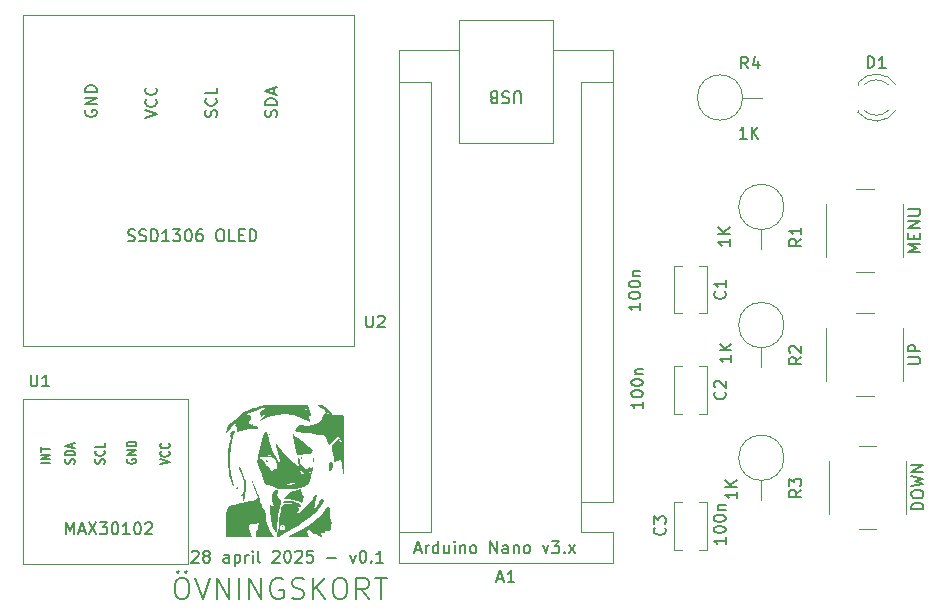
<source format=gbr>
%TF.GenerationSoftware,KiCad,Pcbnew,9.0.1-9.0.1-0~ubuntu24.04.1*%
%TF.CreationDate,2025-04-28T14:38:04+02:00*%
%TF.ProjectId,build_a_kicad_project_schematic,6275696c-645f-4615-9f6b-696361645f70,rev?*%
%TF.SameCoordinates,Original*%
%TF.FileFunction,Legend,Top*%
%TF.FilePolarity,Positive*%
%FSLAX46Y46*%
G04 Gerber Fmt 4.6, Leading zero omitted, Abs format (unit mm)*
G04 Created by KiCad (PCBNEW 9.0.1-9.0.1-0~ubuntu24.04.1) date 2025-04-28 14:38:04*
%MOMM*%
%LPD*%
G01*
G04 APERTURE LIST*
%ADD10C,0.150000*%
%ADD11C,0.200000*%
%ADD12C,0.000000*%
%ADD13C,0.100000*%
%ADD14C,0.120000*%
G04 APERTURE END LIST*
D10*
X128789160Y-113965057D02*
X128836779Y-113917438D01*
X128836779Y-113917438D02*
X128932017Y-113869819D01*
X128932017Y-113869819D02*
X129170112Y-113869819D01*
X129170112Y-113869819D02*
X129265350Y-113917438D01*
X129265350Y-113917438D02*
X129312969Y-113965057D01*
X129312969Y-113965057D02*
X129360588Y-114060295D01*
X129360588Y-114060295D02*
X129360588Y-114155533D01*
X129360588Y-114155533D02*
X129312969Y-114298390D01*
X129312969Y-114298390D02*
X128741541Y-114869819D01*
X128741541Y-114869819D02*
X129360588Y-114869819D01*
X129932017Y-114298390D02*
X129836779Y-114250771D01*
X129836779Y-114250771D02*
X129789160Y-114203152D01*
X129789160Y-114203152D02*
X129741541Y-114107914D01*
X129741541Y-114107914D02*
X129741541Y-114060295D01*
X129741541Y-114060295D02*
X129789160Y-113965057D01*
X129789160Y-113965057D02*
X129836779Y-113917438D01*
X129836779Y-113917438D02*
X129932017Y-113869819D01*
X129932017Y-113869819D02*
X130122493Y-113869819D01*
X130122493Y-113869819D02*
X130217731Y-113917438D01*
X130217731Y-113917438D02*
X130265350Y-113965057D01*
X130265350Y-113965057D02*
X130312969Y-114060295D01*
X130312969Y-114060295D02*
X130312969Y-114107914D01*
X130312969Y-114107914D02*
X130265350Y-114203152D01*
X130265350Y-114203152D02*
X130217731Y-114250771D01*
X130217731Y-114250771D02*
X130122493Y-114298390D01*
X130122493Y-114298390D02*
X129932017Y-114298390D01*
X129932017Y-114298390D02*
X129836779Y-114346009D01*
X129836779Y-114346009D02*
X129789160Y-114393628D01*
X129789160Y-114393628D02*
X129741541Y-114488866D01*
X129741541Y-114488866D02*
X129741541Y-114679342D01*
X129741541Y-114679342D02*
X129789160Y-114774580D01*
X129789160Y-114774580D02*
X129836779Y-114822200D01*
X129836779Y-114822200D02*
X129932017Y-114869819D01*
X129932017Y-114869819D02*
X130122493Y-114869819D01*
X130122493Y-114869819D02*
X130217731Y-114822200D01*
X130217731Y-114822200D02*
X130265350Y-114774580D01*
X130265350Y-114774580D02*
X130312969Y-114679342D01*
X130312969Y-114679342D02*
X130312969Y-114488866D01*
X130312969Y-114488866D02*
X130265350Y-114393628D01*
X130265350Y-114393628D02*
X130217731Y-114346009D01*
X130217731Y-114346009D02*
X130122493Y-114298390D01*
X131932017Y-114869819D02*
X131932017Y-114346009D01*
X131932017Y-114346009D02*
X131884398Y-114250771D01*
X131884398Y-114250771D02*
X131789160Y-114203152D01*
X131789160Y-114203152D02*
X131598684Y-114203152D01*
X131598684Y-114203152D02*
X131503446Y-114250771D01*
X131932017Y-114822200D02*
X131836779Y-114869819D01*
X131836779Y-114869819D02*
X131598684Y-114869819D01*
X131598684Y-114869819D02*
X131503446Y-114822200D01*
X131503446Y-114822200D02*
X131455827Y-114726961D01*
X131455827Y-114726961D02*
X131455827Y-114631723D01*
X131455827Y-114631723D02*
X131503446Y-114536485D01*
X131503446Y-114536485D02*
X131598684Y-114488866D01*
X131598684Y-114488866D02*
X131836779Y-114488866D01*
X131836779Y-114488866D02*
X131932017Y-114441247D01*
X132408208Y-114203152D02*
X132408208Y-115203152D01*
X132408208Y-114250771D02*
X132503446Y-114203152D01*
X132503446Y-114203152D02*
X132693922Y-114203152D01*
X132693922Y-114203152D02*
X132789160Y-114250771D01*
X132789160Y-114250771D02*
X132836779Y-114298390D01*
X132836779Y-114298390D02*
X132884398Y-114393628D01*
X132884398Y-114393628D02*
X132884398Y-114679342D01*
X132884398Y-114679342D02*
X132836779Y-114774580D01*
X132836779Y-114774580D02*
X132789160Y-114822200D01*
X132789160Y-114822200D02*
X132693922Y-114869819D01*
X132693922Y-114869819D02*
X132503446Y-114869819D01*
X132503446Y-114869819D02*
X132408208Y-114822200D01*
X133312970Y-114869819D02*
X133312970Y-114203152D01*
X133312970Y-114393628D02*
X133360589Y-114298390D01*
X133360589Y-114298390D02*
X133408208Y-114250771D01*
X133408208Y-114250771D02*
X133503446Y-114203152D01*
X133503446Y-114203152D02*
X133598684Y-114203152D01*
X133932018Y-114869819D02*
X133932018Y-114203152D01*
X133932018Y-113869819D02*
X133884399Y-113917438D01*
X133884399Y-113917438D02*
X133932018Y-113965057D01*
X133932018Y-113965057D02*
X133979637Y-113917438D01*
X133979637Y-113917438D02*
X133932018Y-113869819D01*
X133932018Y-113869819D02*
X133932018Y-113965057D01*
X134551065Y-114869819D02*
X134455827Y-114822200D01*
X134455827Y-114822200D02*
X134408208Y-114726961D01*
X134408208Y-114726961D02*
X134408208Y-113869819D01*
X135646304Y-113965057D02*
X135693923Y-113917438D01*
X135693923Y-113917438D02*
X135789161Y-113869819D01*
X135789161Y-113869819D02*
X136027256Y-113869819D01*
X136027256Y-113869819D02*
X136122494Y-113917438D01*
X136122494Y-113917438D02*
X136170113Y-113965057D01*
X136170113Y-113965057D02*
X136217732Y-114060295D01*
X136217732Y-114060295D02*
X136217732Y-114155533D01*
X136217732Y-114155533D02*
X136170113Y-114298390D01*
X136170113Y-114298390D02*
X135598685Y-114869819D01*
X135598685Y-114869819D02*
X136217732Y-114869819D01*
X136836780Y-113869819D02*
X136932018Y-113869819D01*
X136932018Y-113869819D02*
X137027256Y-113917438D01*
X137027256Y-113917438D02*
X137074875Y-113965057D01*
X137074875Y-113965057D02*
X137122494Y-114060295D01*
X137122494Y-114060295D02*
X137170113Y-114250771D01*
X137170113Y-114250771D02*
X137170113Y-114488866D01*
X137170113Y-114488866D02*
X137122494Y-114679342D01*
X137122494Y-114679342D02*
X137074875Y-114774580D01*
X137074875Y-114774580D02*
X137027256Y-114822200D01*
X137027256Y-114822200D02*
X136932018Y-114869819D01*
X136932018Y-114869819D02*
X136836780Y-114869819D01*
X136836780Y-114869819D02*
X136741542Y-114822200D01*
X136741542Y-114822200D02*
X136693923Y-114774580D01*
X136693923Y-114774580D02*
X136646304Y-114679342D01*
X136646304Y-114679342D02*
X136598685Y-114488866D01*
X136598685Y-114488866D02*
X136598685Y-114250771D01*
X136598685Y-114250771D02*
X136646304Y-114060295D01*
X136646304Y-114060295D02*
X136693923Y-113965057D01*
X136693923Y-113965057D02*
X136741542Y-113917438D01*
X136741542Y-113917438D02*
X136836780Y-113869819D01*
X137551066Y-113965057D02*
X137598685Y-113917438D01*
X137598685Y-113917438D02*
X137693923Y-113869819D01*
X137693923Y-113869819D02*
X137932018Y-113869819D01*
X137932018Y-113869819D02*
X138027256Y-113917438D01*
X138027256Y-113917438D02*
X138074875Y-113965057D01*
X138074875Y-113965057D02*
X138122494Y-114060295D01*
X138122494Y-114060295D02*
X138122494Y-114155533D01*
X138122494Y-114155533D02*
X138074875Y-114298390D01*
X138074875Y-114298390D02*
X137503447Y-114869819D01*
X137503447Y-114869819D02*
X138122494Y-114869819D01*
X139027256Y-113869819D02*
X138551066Y-113869819D01*
X138551066Y-113869819D02*
X138503447Y-114346009D01*
X138503447Y-114346009D02*
X138551066Y-114298390D01*
X138551066Y-114298390D02*
X138646304Y-114250771D01*
X138646304Y-114250771D02*
X138884399Y-114250771D01*
X138884399Y-114250771D02*
X138979637Y-114298390D01*
X138979637Y-114298390D02*
X139027256Y-114346009D01*
X139027256Y-114346009D02*
X139074875Y-114441247D01*
X139074875Y-114441247D02*
X139074875Y-114679342D01*
X139074875Y-114679342D02*
X139027256Y-114774580D01*
X139027256Y-114774580D02*
X138979637Y-114822200D01*
X138979637Y-114822200D02*
X138884399Y-114869819D01*
X138884399Y-114869819D02*
X138646304Y-114869819D01*
X138646304Y-114869819D02*
X138551066Y-114822200D01*
X138551066Y-114822200D02*
X138503447Y-114774580D01*
X140265352Y-114488866D02*
X141027257Y-114488866D01*
X142170114Y-114203152D02*
X142408209Y-114869819D01*
X142408209Y-114869819D02*
X142646304Y-114203152D01*
X143217733Y-113869819D02*
X143312971Y-113869819D01*
X143312971Y-113869819D02*
X143408209Y-113917438D01*
X143408209Y-113917438D02*
X143455828Y-113965057D01*
X143455828Y-113965057D02*
X143503447Y-114060295D01*
X143503447Y-114060295D02*
X143551066Y-114250771D01*
X143551066Y-114250771D02*
X143551066Y-114488866D01*
X143551066Y-114488866D02*
X143503447Y-114679342D01*
X143503447Y-114679342D02*
X143455828Y-114774580D01*
X143455828Y-114774580D02*
X143408209Y-114822200D01*
X143408209Y-114822200D02*
X143312971Y-114869819D01*
X143312971Y-114869819D02*
X143217733Y-114869819D01*
X143217733Y-114869819D02*
X143122495Y-114822200D01*
X143122495Y-114822200D02*
X143074876Y-114774580D01*
X143074876Y-114774580D02*
X143027257Y-114679342D01*
X143027257Y-114679342D02*
X142979638Y-114488866D01*
X142979638Y-114488866D02*
X142979638Y-114250771D01*
X142979638Y-114250771D02*
X143027257Y-114060295D01*
X143027257Y-114060295D02*
X143074876Y-113965057D01*
X143074876Y-113965057D02*
X143122495Y-113917438D01*
X143122495Y-113917438D02*
X143217733Y-113869819D01*
X143979638Y-114774580D02*
X144027257Y-114822200D01*
X144027257Y-114822200D02*
X143979638Y-114869819D01*
X143979638Y-114869819D02*
X143932019Y-114822200D01*
X143932019Y-114822200D02*
X143979638Y-114774580D01*
X143979638Y-114774580D02*
X143979638Y-114869819D01*
X144979637Y-114869819D02*
X144408209Y-114869819D01*
X144693923Y-114869819D02*
X144693923Y-113869819D01*
X144693923Y-113869819D02*
X144598685Y-114012676D01*
X144598685Y-114012676D02*
X144503447Y-114107914D01*
X144503447Y-114107914D02*
X144408209Y-114155533D01*
D11*
X127803006Y-116169314D02*
X128145863Y-116169314D01*
X128145863Y-116169314D02*
X128317292Y-116255028D01*
X128317292Y-116255028D02*
X128488720Y-116426457D01*
X128488720Y-116426457D02*
X128574435Y-116769314D01*
X128574435Y-116769314D02*
X128574435Y-117369314D01*
X128574435Y-117369314D02*
X128488720Y-117712171D01*
X128488720Y-117712171D02*
X128317292Y-117883600D01*
X128317292Y-117883600D02*
X128145863Y-117969314D01*
X128145863Y-117969314D02*
X127803006Y-117969314D01*
X127803006Y-117969314D02*
X127631578Y-117883600D01*
X127631578Y-117883600D02*
X127460149Y-117712171D01*
X127460149Y-117712171D02*
X127374435Y-117369314D01*
X127374435Y-117369314D02*
X127374435Y-116769314D01*
X127374435Y-116769314D02*
X127460149Y-116426457D01*
X127460149Y-116426457D02*
X127631578Y-116255028D01*
X127631578Y-116255028D02*
X127803006Y-116169314D01*
X127631578Y-115569314D02*
X127717292Y-115655028D01*
X127717292Y-115655028D02*
X127631578Y-115740742D01*
X127631578Y-115740742D02*
X127545863Y-115655028D01*
X127545863Y-115655028D02*
X127631578Y-115569314D01*
X127631578Y-115569314D02*
X127631578Y-115740742D01*
X128317292Y-115569314D02*
X128403006Y-115655028D01*
X128403006Y-115655028D02*
X128317292Y-115740742D01*
X128317292Y-115740742D02*
X128231578Y-115655028D01*
X128231578Y-115655028D02*
X128317292Y-115569314D01*
X128317292Y-115569314D02*
X128317292Y-115740742D01*
X129088720Y-116169314D02*
X129688720Y-117969314D01*
X129688720Y-117969314D02*
X130288720Y-116169314D01*
X130888720Y-117969314D02*
X130888720Y-116169314D01*
X130888720Y-116169314D02*
X131917291Y-117969314D01*
X131917291Y-117969314D02*
X131917291Y-116169314D01*
X132774434Y-117969314D02*
X132774434Y-116169314D01*
X133631577Y-117969314D02*
X133631577Y-116169314D01*
X133631577Y-116169314D02*
X134660148Y-117969314D01*
X134660148Y-117969314D02*
X134660148Y-116169314D01*
X136460148Y-116255028D02*
X136288720Y-116169314D01*
X136288720Y-116169314D02*
X136031577Y-116169314D01*
X136031577Y-116169314D02*
X135774434Y-116255028D01*
X135774434Y-116255028D02*
X135603005Y-116426457D01*
X135603005Y-116426457D02*
X135517291Y-116597885D01*
X135517291Y-116597885D02*
X135431577Y-116940742D01*
X135431577Y-116940742D02*
X135431577Y-117197885D01*
X135431577Y-117197885D02*
X135517291Y-117540742D01*
X135517291Y-117540742D02*
X135603005Y-117712171D01*
X135603005Y-117712171D02*
X135774434Y-117883600D01*
X135774434Y-117883600D02*
X136031577Y-117969314D01*
X136031577Y-117969314D02*
X136203005Y-117969314D01*
X136203005Y-117969314D02*
X136460148Y-117883600D01*
X136460148Y-117883600D02*
X136545862Y-117797885D01*
X136545862Y-117797885D02*
X136545862Y-117197885D01*
X136545862Y-117197885D02*
X136203005Y-117197885D01*
X137231577Y-117883600D02*
X137488720Y-117969314D01*
X137488720Y-117969314D02*
X137917291Y-117969314D01*
X137917291Y-117969314D02*
X138088720Y-117883600D01*
X138088720Y-117883600D02*
X138174434Y-117797885D01*
X138174434Y-117797885D02*
X138260148Y-117626457D01*
X138260148Y-117626457D02*
X138260148Y-117455028D01*
X138260148Y-117455028D02*
X138174434Y-117283600D01*
X138174434Y-117283600D02*
X138088720Y-117197885D01*
X138088720Y-117197885D02*
X137917291Y-117112171D01*
X137917291Y-117112171D02*
X137574434Y-117026457D01*
X137574434Y-117026457D02*
X137403005Y-116940742D01*
X137403005Y-116940742D02*
X137317291Y-116855028D01*
X137317291Y-116855028D02*
X137231577Y-116683600D01*
X137231577Y-116683600D02*
X137231577Y-116512171D01*
X137231577Y-116512171D02*
X137317291Y-116340742D01*
X137317291Y-116340742D02*
X137403005Y-116255028D01*
X137403005Y-116255028D02*
X137574434Y-116169314D01*
X137574434Y-116169314D02*
X138003005Y-116169314D01*
X138003005Y-116169314D02*
X138260148Y-116255028D01*
X139031577Y-117969314D02*
X139031577Y-116169314D01*
X140060148Y-117969314D02*
X139288720Y-116940742D01*
X140060148Y-116169314D02*
X139031577Y-117197885D01*
X141174434Y-116169314D02*
X141517291Y-116169314D01*
X141517291Y-116169314D02*
X141688720Y-116255028D01*
X141688720Y-116255028D02*
X141860148Y-116426457D01*
X141860148Y-116426457D02*
X141945863Y-116769314D01*
X141945863Y-116769314D02*
X141945863Y-117369314D01*
X141945863Y-117369314D02*
X141860148Y-117712171D01*
X141860148Y-117712171D02*
X141688720Y-117883600D01*
X141688720Y-117883600D02*
X141517291Y-117969314D01*
X141517291Y-117969314D02*
X141174434Y-117969314D01*
X141174434Y-117969314D02*
X141003006Y-117883600D01*
X141003006Y-117883600D02*
X140831577Y-117712171D01*
X140831577Y-117712171D02*
X140745863Y-117369314D01*
X140745863Y-117369314D02*
X140745863Y-116769314D01*
X140745863Y-116769314D02*
X140831577Y-116426457D01*
X140831577Y-116426457D02*
X141003006Y-116255028D01*
X141003006Y-116255028D02*
X141174434Y-116169314D01*
X143745862Y-117969314D02*
X143145862Y-117112171D01*
X142717291Y-117969314D02*
X142717291Y-116169314D01*
X142717291Y-116169314D02*
X143403005Y-116169314D01*
X143403005Y-116169314D02*
X143574434Y-116255028D01*
X143574434Y-116255028D02*
X143660148Y-116340742D01*
X143660148Y-116340742D02*
X143745862Y-116512171D01*
X143745862Y-116512171D02*
X143745862Y-116769314D01*
X143745862Y-116769314D02*
X143660148Y-116940742D01*
X143660148Y-116940742D02*
X143574434Y-117026457D01*
X143574434Y-117026457D02*
X143403005Y-117112171D01*
X143403005Y-117112171D02*
X142717291Y-117112171D01*
X144260148Y-116169314D02*
X145288720Y-116169314D01*
X144774434Y-117969314D02*
X144774434Y-116169314D01*
D10*
X174949819Y-108869411D02*
X174949819Y-109440839D01*
X174949819Y-109155125D02*
X173949819Y-109155125D01*
X173949819Y-109155125D02*
X174092676Y-109250363D01*
X174092676Y-109250363D02*
X174187914Y-109345601D01*
X174187914Y-109345601D02*
X174235533Y-109440839D01*
X174949819Y-108440839D02*
X173949819Y-108440839D01*
X174949819Y-107869411D02*
X174378390Y-108297982D01*
X173949819Y-107869411D02*
X174521247Y-108440839D01*
X174469819Y-97339411D02*
X174469819Y-97910839D01*
X174469819Y-97625125D02*
X173469819Y-97625125D01*
X173469819Y-97625125D02*
X173612676Y-97720363D01*
X173612676Y-97720363D02*
X173707914Y-97815601D01*
X173707914Y-97815601D02*
X173755533Y-97910839D01*
X174469819Y-96910839D02*
X173469819Y-96910839D01*
X174469819Y-96339411D02*
X173898390Y-96767982D01*
X173469819Y-96339411D02*
X174041247Y-96910839D01*
X173969819Y-112739411D02*
X173969819Y-113310839D01*
X173969819Y-113025125D02*
X172969819Y-113025125D01*
X172969819Y-113025125D02*
X173112676Y-113120363D01*
X173112676Y-113120363D02*
X173207914Y-113215601D01*
X173207914Y-113215601D02*
X173255533Y-113310839D01*
X172969819Y-112120363D02*
X172969819Y-112025125D01*
X172969819Y-112025125D02*
X173017438Y-111929887D01*
X173017438Y-111929887D02*
X173065057Y-111882268D01*
X173065057Y-111882268D02*
X173160295Y-111834649D01*
X173160295Y-111834649D02*
X173350771Y-111787030D01*
X173350771Y-111787030D02*
X173588866Y-111787030D01*
X173588866Y-111787030D02*
X173779342Y-111834649D01*
X173779342Y-111834649D02*
X173874580Y-111882268D01*
X173874580Y-111882268D02*
X173922200Y-111929887D01*
X173922200Y-111929887D02*
X173969819Y-112025125D01*
X173969819Y-112025125D02*
X173969819Y-112120363D01*
X173969819Y-112120363D02*
X173922200Y-112215601D01*
X173922200Y-112215601D02*
X173874580Y-112263220D01*
X173874580Y-112263220D02*
X173779342Y-112310839D01*
X173779342Y-112310839D02*
X173588866Y-112358458D01*
X173588866Y-112358458D02*
X173350771Y-112358458D01*
X173350771Y-112358458D02*
X173160295Y-112310839D01*
X173160295Y-112310839D02*
X173065057Y-112263220D01*
X173065057Y-112263220D02*
X173017438Y-112215601D01*
X173017438Y-112215601D02*
X172969819Y-112120363D01*
X172969819Y-111167982D02*
X172969819Y-111072744D01*
X172969819Y-111072744D02*
X173017438Y-110977506D01*
X173017438Y-110977506D02*
X173065057Y-110929887D01*
X173065057Y-110929887D02*
X173160295Y-110882268D01*
X173160295Y-110882268D02*
X173350771Y-110834649D01*
X173350771Y-110834649D02*
X173588866Y-110834649D01*
X173588866Y-110834649D02*
X173779342Y-110882268D01*
X173779342Y-110882268D02*
X173874580Y-110929887D01*
X173874580Y-110929887D02*
X173922200Y-110977506D01*
X173922200Y-110977506D02*
X173969819Y-111072744D01*
X173969819Y-111072744D02*
X173969819Y-111167982D01*
X173969819Y-111167982D02*
X173922200Y-111263220D01*
X173922200Y-111263220D02*
X173874580Y-111310839D01*
X173874580Y-111310839D02*
X173779342Y-111358458D01*
X173779342Y-111358458D02*
X173588866Y-111406077D01*
X173588866Y-111406077D02*
X173350771Y-111406077D01*
X173350771Y-111406077D02*
X173160295Y-111358458D01*
X173160295Y-111358458D02*
X173065057Y-111310839D01*
X173065057Y-111310839D02*
X173017438Y-111263220D01*
X173017438Y-111263220D02*
X172969819Y-111167982D01*
X173303152Y-110406077D02*
X173969819Y-110406077D01*
X173398390Y-110406077D02*
X173350771Y-110358458D01*
X173350771Y-110358458D02*
X173303152Y-110263220D01*
X173303152Y-110263220D02*
X173303152Y-110120363D01*
X173303152Y-110120363D02*
X173350771Y-110025125D01*
X173350771Y-110025125D02*
X173446009Y-109977506D01*
X173446009Y-109977506D02*
X173969819Y-109977506D01*
X166969819Y-101239411D02*
X166969819Y-101810839D01*
X166969819Y-101525125D02*
X165969819Y-101525125D01*
X165969819Y-101525125D02*
X166112676Y-101620363D01*
X166112676Y-101620363D02*
X166207914Y-101715601D01*
X166207914Y-101715601D02*
X166255533Y-101810839D01*
X165969819Y-100620363D02*
X165969819Y-100525125D01*
X165969819Y-100525125D02*
X166017438Y-100429887D01*
X166017438Y-100429887D02*
X166065057Y-100382268D01*
X166065057Y-100382268D02*
X166160295Y-100334649D01*
X166160295Y-100334649D02*
X166350771Y-100287030D01*
X166350771Y-100287030D02*
X166588866Y-100287030D01*
X166588866Y-100287030D02*
X166779342Y-100334649D01*
X166779342Y-100334649D02*
X166874580Y-100382268D01*
X166874580Y-100382268D02*
X166922200Y-100429887D01*
X166922200Y-100429887D02*
X166969819Y-100525125D01*
X166969819Y-100525125D02*
X166969819Y-100620363D01*
X166969819Y-100620363D02*
X166922200Y-100715601D01*
X166922200Y-100715601D02*
X166874580Y-100763220D01*
X166874580Y-100763220D02*
X166779342Y-100810839D01*
X166779342Y-100810839D02*
X166588866Y-100858458D01*
X166588866Y-100858458D02*
X166350771Y-100858458D01*
X166350771Y-100858458D02*
X166160295Y-100810839D01*
X166160295Y-100810839D02*
X166065057Y-100763220D01*
X166065057Y-100763220D02*
X166017438Y-100715601D01*
X166017438Y-100715601D02*
X165969819Y-100620363D01*
X165969819Y-99667982D02*
X165969819Y-99572744D01*
X165969819Y-99572744D02*
X166017438Y-99477506D01*
X166017438Y-99477506D02*
X166065057Y-99429887D01*
X166065057Y-99429887D02*
X166160295Y-99382268D01*
X166160295Y-99382268D02*
X166350771Y-99334649D01*
X166350771Y-99334649D02*
X166588866Y-99334649D01*
X166588866Y-99334649D02*
X166779342Y-99382268D01*
X166779342Y-99382268D02*
X166874580Y-99429887D01*
X166874580Y-99429887D02*
X166922200Y-99477506D01*
X166922200Y-99477506D02*
X166969819Y-99572744D01*
X166969819Y-99572744D02*
X166969819Y-99667982D01*
X166969819Y-99667982D02*
X166922200Y-99763220D01*
X166922200Y-99763220D02*
X166874580Y-99810839D01*
X166874580Y-99810839D02*
X166779342Y-99858458D01*
X166779342Y-99858458D02*
X166588866Y-99906077D01*
X166588866Y-99906077D02*
X166350771Y-99906077D01*
X166350771Y-99906077D02*
X166160295Y-99858458D01*
X166160295Y-99858458D02*
X166065057Y-99810839D01*
X166065057Y-99810839D02*
X166017438Y-99763220D01*
X166017438Y-99763220D02*
X165969819Y-99667982D01*
X166303152Y-98906077D02*
X166969819Y-98906077D01*
X166398390Y-98906077D02*
X166350771Y-98858458D01*
X166350771Y-98858458D02*
X166303152Y-98763220D01*
X166303152Y-98763220D02*
X166303152Y-98620363D01*
X166303152Y-98620363D02*
X166350771Y-98525125D01*
X166350771Y-98525125D02*
X166446009Y-98477506D01*
X166446009Y-98477506D02*
X166969819Y-98477506D01*
X166769819Y-92909411D02*
X166769819Y-93480839D01*
X166769819Y-93195125D02*
X165769819Y-93195125D01*
X165769819Y-93195125D02*
X165912676Y-93290363D01*
X165912676Y-93290363D02*
X166007914Y-93385601D01*
X166007914Y-93385601D02*
X166055533Y-93480839D01*
X165769819Y-92290363D02*
X165769819Y-92195125D01*
X165769819Y-92195125D02*
X165817438Y-92099887D01*
X165817438Y-92099887D02*
X165865057Y-92052268D01*
X165865057Y-92052268D02*
X165960295Y-92004649D01*
X165960295Y-92004649D02*
X166150771Y-91957030D01*
X166150771Y-91957030D02*
X166388866Y-91957030D01*
X166388866Y-91957030D02*
X166579342Y-92004649D01*
X166579342Y-92004649D02*
X166674580Y-92052268D01*
X166674580Y-92052268D02*
X166722200Y-92099887D01*
X166722200Y-92099887D02*
X166769819Y-92195125D01*
X166769819Y-92195125D02*
X166769819Y-92290363D01*
X166769819Y-92290363D02*
X166722200Y-92385601D01*
X166722200Y-92385601D02*
X166674580Y-92433220D01*
X166674580Y-92433220D02*
X166579342Y-92480839D01*
X166579342Y-92480839D02*
X166388866Y-92528458D01*
X166388866Y-92528458D02*
X166150771Y-92528458D01*
X166150771Y-92528458D02*
X165960295Y-92480839D01*
X165960295Y-92480839D02*
X165865057Y-92433220D01*
X165865057Y-92433220D02*
X165817438Y-92385601D01*
X165817438Y-92385601D02*
X165769819Y-92290363D01*
X165769819Y-91337982D02*
X165769819Y-91242744D01*
X165769819Y-91242744D02*
X165817438Y-91147506D01*
X165817438Y-91147506D02*
X165865057Y-91099887D01*
X165865057Y-91099887D02*
X165960295Y-91052268D01*
X165960295Y-91052268D02*
X166150771Y-91004649D01*
X166150771Y-91004649D02*
X166388866Y-91004649D01*
X166388866Y-91004649D02*
X166579342Y-91052268D01*
X166579342Y-91052268D02*
X166674580Y-91099887D01*
X166674580Y-91099887D02*
X166722200Y-91147506D01*
X166722200Y-91147506D02*
X166769819Y-91242744D01*
X166769819Y-91242744D02*
X166769819Y-91337982D01*
X166769819Y-91337982D02*
X166722200Y-91433220D01*
X166722200Y-91433220D02*
X166674580Y-91480839D01*
X166674580Y-91480839D02*
X166579342Y-91528458D01*
X166579342Y-91528458D02*
X166388866Y-91576077D01*
X166388866Y-91576077D02*
X166150771Y-91576077D01*
X166150771Y-91576077D02*
X165960295Y-91528458D01*
X165960295Y-91528458D02*
X165865057Y-91480839D01*
X165865057Y-91480839D02*
X165817438Y-91433220D01*
X165817438Y-91433220D02*
X165769819Y-91337982D01*
X166103152Y-90576077D02*
X166769819Y-90576077D01*
X166198390Y-90576077D02*
X166150771Y-90528458D01*
X166150771Y-90528458D02*
X166103152Y-90433220D01*
X166103152Y-90433220D02*
X166103152Y-90290363D01*
X166103152Y-90290363D02*
X166150771Y-90195125D01*
X166150771Y-90195125D02*
X166246009Y-90147506D01*
X166246009Y-90147506D02*
X166769819Y-90147506D01*
X174369819Y-87479411D02*
X174369819Y-88050839D01*
X174369819Y-87765125D02*
X173369819Y-87765125D01*
X173369819Y-87765125D02*
X173512676Y-87860363D01*
X173512676Y-87860363D02*
X173607914Y-87955601D01*
X173607914Y-87955601D02*
X173655533Y-88050839D01*
X174369819Y-87050839D02*
X173369819Y-87050839D01*
X174369819Y-86479411D02*
X173798390Y-86907982D01*
X173369819Y-86479411D02*
X173941247Y-87050839D01*
X175760588Y-78969819D02*
X175189160Y-78969819D01*
X175474874Y-78969819D02*
X175474874Y-77969819D01*
X175474874Y-77969819D02*
X175379636Y-78112676D01*
X175379636Y-78112676D02*
X175284398Y-78207914D01*
X175284398Y-78207914D02*
X175189160Y-78255533D01*
X176189160Y-78969819D02*
X176189160Y-77969819D01*
X176760588Y-78969819D02*
X176332017Y-78398390D01*
X176760588Y-77969819D02*
X176189160Y-78541247D01*
X118136779Y-112469819D02*
X118136779Y-111469819D01*
X118136779Y-111469819D02*
X118470112Y-112184104D01*
X118470112Y-112184104D02*
X118803445Y-111469819D01*
X118803445Y-111469819D02*
X118803445Y-112469819D01*
X119232017Y-112184104D02*
X119708207Y-112184104D01*
X119136779Y-112469819D02*
X119470112Y-111469819D01*
X119470112Y-111469819D02*
X119803445Y-112469819D01*
X120041541Y-111469819D02*
X120708207Y-112469819D01*
X120708207Y-111469819D02*
X120041541Y-112469819D01*
X120993922Y-111469819D02*
X121612969Y-111469819D01*
X121612969Y-111469819D02*
X121279636Y-111850771D01*
X121279636Y-111850771D02*
X121422493Y-111850771D01*
X121422493Y-111850771D02*
X121517731Y-111898390D01*
X121517731Y-111898390D02*
X121565350Y-111946009D01*
X121565350Y-111946009D02*
X121612969Y-112041247D01*
X121612969Y-112041247D02*
X121612969Y-112279342D01*
X121612969Y-112279342D02*
X121565350Y-112374580D01*
X121565350Y-112374580D02*
X121517731Y-112422200D01*
X121517731Y-112422200D02*
X121422493Y-112469819D01*
X121422493Y-112469819D02*
X121136779Y-112469819D01*
X121136779Y-112469819D02*
X121041541Y-112422200D01*
X121041541Y-112422200D02*
X120993922Y-112374580D01*
X122232017Y-111469819D02*
X122327255Y-111469819D01*
X122327255Y-111469819D02*
X122422493Y-111517438D01*
X122422493Y-111517438D02*
X122470112Y-111565057D01*
X122470112Y-111565057D02*
X122517731Y-111660295D01*
X122517731Y-111660295D02*
X122565350Y-111850771D01*
X122565350Y-111850771D02*
X122565350Y-112088866D01*
X122565350Y-112088866D02*
X122517731Y-112279342D01*
X122517731Y-112279342D02*
X122470112Y-112374580D01*
X122470112Y-112374580D02*
X122422493Y-112422200D01*
X122422493Y-112422200D02*
X122327255Y-112469819D01*
X122327255Y-112469819D02*
X122232017Y-112469819D01*
X122232017Y-112469819D02*
X122136779Y-112422200D01*
X122136779Y-112422200D02*
X122089160Y-112374580D01*
X122089160Y-112374580D02*
X122041541Y-112279342D01*
X122041541Y-112279342D02*
X121993922Y-112088866D01*
X121993922Y-112088866D02*
X121993922Y-111850771D01*
X121993922Y-111850771D02*
X122041541Y-111660295D01*
X122041541Y-111660295D02*
X122089160Y-111565057D01*
X122089160Y-111565057D02*
X122136779Y-111517438D01*
X122136779Y-111517438D02*
X122232017Y-111469819D01*
X123517731Y-112469819D02*
X122946303Y-112469819D01*
X123232017Y-112469819D02*
X123232017Y-111469819D01*
X123232017Y-111469819D02*
X123136779Y-111612676D01*
X123136779Y-111612676D02*
X123041541Y-111707914D01*
X123041541Y-111707914D02*
X122946303Y-111755533D01*
X124136779Y-111469819D02*
X124232017Y-111469819D01*
X124232017Y-111469819D02*
X124327255Y-111517438D01*
X124327255Y-111517438D02*
X124374874Y-111565057D01*
X124374874Y-111565057D02*
X124422493Y-111660295D01*
X124422493Y-111660295D02*
X124470112Y-111850771D01*
X124470112Y-111850771D02*
X124470112Y-112088866D01*
X124470112Y-112088866D02*
X124422493Y-112279342D01*
X124422493Y-112279342D02*
X124374874Y-112374580D01*
X124374874Y-112374580D02*
X124327255Y-112422200D01*
X124327255Y-112422200D02*
X124232017Y-112469819D01*
X124232017Y-112469819D02*
X124136779Y-112469819D01*
X124136779Y-112469819D02*
X124041541Y-112422200D01*
X124041541Y-112422200D02*
X123993922Y-112374580D01*
X123993922Y-112374580D02*
X123946303Y-112279342D01*
X123946303Y-112279342D02*
X123898684Y-112088866D01*
X123898684Y-112088866D02*
X123898684Y-111850771D01*
X123898684Y-111850771D02*
X123946303Y-111660295D01*
X123946303Y-111660295D02*
X123993922Y-111565057D01*
X123993922Y-111565057D02*
X124041541Y-111517438D01*
X124041541Y-111517438D02*
X124136779Y-111469819D01*
X124851065Y-111565057D02*
X124898684Y-111517438D01*
X124898684Y-111517438D02*
X124993922Y-111469819D01*
X124993922Y-111469819D02*
X125232017Y-111469819D01*
X125232017Y-111469819D02*
X125327255Y-111517438D01*
X125327255Y-111517438D02*
X125374874Y-111565057D01*
X125374874Y-111565057D02*
X125422493Y-111660295D01*
X125422493Y-111660295D02*
X125422493Y-111755533D01*
X125422493Y-111755533D02*
X125374874Y-111898390D01*
X125374874Y-111898390D02*
X124803446Y-112469819D01*
X124803446Y-112469819D02*
X125422493Y-112469819D01*
X123389160Y-87622200D02*
X123532017Y-87669819D01*
X123532017Y-87669819D02*
X123770112Y-87669819D01*
X123770112Y-87669819D02*
X123865350Y-87622200D01*
X123865350Y-87622200D02*
X123912969Y-87574580D01*
X123912969Y-87574580D02*
X123960588Y-87479342D01*
X123960588Y-87479342D02*
X123960588Y-87384104D01*
X123960588Y-87384104D02*
X123912969Y-87288866D01*
X123912969Y-87288866D02*
X123865350Y-87241247D01*
X123865350Y-87241247D02*
X123770112Y-87193628D01*
X123770112Y-87193628D02*
X123579636Y-87146009D01*
X123579636Y-87146009D02*
X123484398Y-87098390D01*
X123484398Y-87098390D02*
X123436779Y-87050771D01*
X123436779Y-87050771D02*
X123389160Y-86955533D01*
X123389160Y-86955533D02*
X123389160Y-86860295D01*
X123389160Y-86860295D02*
X123436779Y-86765057D01*
X123436779Y-86765057D02*
X123484398Y-86717438D01*
X123484398Y-86717438D02*
X123579636Y-86669819D01*
X123579636Y-86669819D02*
X123817731Y-86669819D01*
X123817731Y-86669819D02*
X123960588Y-86717438D01*
X124341541Y-87622200D02*
X124484398Y-87669819D01*
X124484398Y-87669819D02*
X124722493Y-87669819D01*
X124722493Y-87669819D02*
X124817731Y-87622200D01*
X124817731Y-87622200D02*
X124865350Y-87574580D01*
X124865350Y-87574580D02*
X124912969Y-87479342D01*
X124912969Y-87479342D02*
X124912969Y-87384104D01*
X124912969Y-87384104D02*
X124865350Y-87288866D01*
X124865350Y-87288866D02*
X124817731Y-87241247D01*
X124817731Y-87241247D02*
X124722493Y-87193628D01*
X124722493Y-87193628D02*
X124532017Y-87146009D01*
X124532017Y-87146009D02*
X124436779Y-87098390D01*
X124436779Y-87098390D02*
X124389160Y-87050771D01*
X124389160Y-87050771D02*
X124341541Y-86955533D01*
X124341541Y-86955533D02*
X124341541Y-86860295D01*
X124341541Y-86860295D02*
X124389160Y-86765057D01*
X124389160Y-86765057D02*
X124436779Y-86717438D01*
X124436779Y-86717438D02*
X124532017Y-86669819D01*
X124532017Y-86669819D02*
X124770112Y-86669819D01*
X124770112Y-86669819D02*
X124912969Y-86717438D01*
X125341541Y-87669819D02*
X125341541Y-86669819D01*
X125341541Y-86669819D02*
X125579636Y-86669819D01*
X125579636Y-86669819D02*
X125722493Y-86717438D01*
X125722493Y-86717438D02*
X125817731Y-86812676D01*
X125817731Y-86812676D02*
X125865350Y-86907914D01*
X125865350Y-86907914D02*
X125912969Y-87098390D01*
X125912969Y-87098390D02*
X125912969Y-87241247D01*
X125912969Y-87241247D02*
X125865350Y-87431723D01*
X125865350Y-87431723D02*
X125817731Y-87526961D01*
X125817731Y-87526961D02*
X125722493Y-87622200D01*
X125722493Y-87622200D02*
X125579636Y-87669819D01*
X125579636Y-87669819D02*
X125341541Y-87669819D01*
X126865350Y-87669819D02*
X126293922Y-87669819D01*
X126579636Y-87669819D02*
X126579636Y-86669819D01*
X126579636Y-86669819D02*
X126484398Y-86812676D01*
X126484398Y-86812676D02*
X126389160Y-86907914D01*
X126389160Y-86907914D02*
X126293922Y-86955533D01*
X127198684Y-86669819D02*
X127817731Y-86669819D01*
X127817731Y-86669819D02*
X127484398Y-87050771D01*
X127484398Y-87050771D02*
X127627255Y-87050771D01*
X127627255Y-87050771D02*
X127722493Y-87098390D01*
X127722493Y-87098390D02*
X127770112Y-87146009D01*
X127770112Y-87146009D02*
X127817731Y-87241247D01*
X127817731Y-87241247D02*
X127817731Y-87479342D01*
X127817731Y-87479342D02*
X127770112Y-87574580D01*
X127770112Y-87574580D02*
X127722493Y-87622200D01*
X127722493Y-87622200D02*
X127627255Y-87669819D01*
X127627255Y-87669819D02*
X127341541Y-87669819D01*
X127341541Y-87669819D02*
X127246303Y-87622200D01*
X127246303Y-87622200D02*
X127198684Y-87574580D01*
X128436779Y-86669819D02*
X128532017Y-86669819D01*
X128532017Y-86669819D02*
X128627255Y-86717438D01*
X128627255Y-86717438D02*
X128674874Y-86765057D01*
X128674874Y-86765057D02*
X128722493Y-86860295D01*
X128722493Y-86860295D02*
X128770112Y-87050771D01*
X128770112Y-87050771D02*
X128770112Y-87288866D01*
X128770112Y-87288866D02*
X128722493Y-87479342D01*
X128722493Y-87479342D02*
X128674874Y-87574580D01*
X128674874Y-87574580D02*
X128627255Y-87622200D01*
X128627255Y-87622200D02*
X128532017Y-87669819D01*
X128532017Y-87669819D02*
X128436779Y-87669819D01*
X128436779Y-87669819D02*
X128341541Y-87622200D01*
X128341541Y-87622200D02*
X128293922Y-87574580D01*
X128293922Y-87574580D02*
X128246303Y-87479342D01*
X128246303Y-87479342D02*
X128198684Y-87288866D01*
X128198684Y-87288866D02*
X128198684Y-87050771D01*
X128198684Y-87050771D02*
X128246303Y-86860295D01*
X128246303Y-86860295D02*
X128293922Y-86765057D01*
X128293922Y-86765057D02*
X128341541Y-86717438D01*
X128341541Y-86717438D02*
X128436779Y-86669819D01*
X129627255Y-86669819D02*
X129436779Y-86669819D01*
X129436779Y-86669819D02*
X129341541Y-86717438D01*
X129341541Y-86717438D02*
X129293922Y-86765057D01*
X129293922Y-86765057D02*
X129198684Y-86907914D01*
X129198684Y-86907914D02*
X129151065Y-87098390D01*
X129151065Y-87098390D02*
X129151065Y-87479342D01*
X129151065Y-87479342D02*
X129198684Y-87574580D01*
X129198684Y-87574580D02*
X129246303Y-87622200D01*
X129246303Y-87622200D02*
X129341541Y-87669819D01*
X129341541Y-87669819D02*
X129532017Y-87669819D01*
X129532017Y-87669819D02*
X129627255Y-87622200D01*
X129627255Y-87622200D02*
X129674874Y-87574580D01*
X129674874Y-87574580D02*
X129722493Y-87479342D01*
X129722493Y-87479342D02*
X129722493Y-87241247D01*
X129722493Y-87241247D02*
X129674874Y-87146009D01*
X129674874Y-87146009D02*
X129627255Y-87098390D01*
X129627255Y-87098390D02*
X129532017Y-87050771D01*
X129532017Y-87050771D02*
X129341541Y-87050771D01*
X129341541Y-87050771D02*
X129246303Y-87098390D01*
X129246303Y-87098390D02*
X129198684Y-87146009D01*
X129198684Y-87146009D02*
X129151065Y-87241247D01*
X131103446Y-86669819D02*
X131293922Y-86669819D01*
X131293922Y-86669819D02*
X131389160Y-86717438D01*
X131389160Y-86717438D02*
X131484398Y-86812676D01*
X131484398Y-86812676D02*
X131532017Y-87003152D01*
X131532017Y-87003152D02*
X131532017Y-87336485D01*
X131532017Y-87336485D02*
X131484398Y-87526961D01*
X131484398Y-87526961D02*
X131389160Y-87622200D01*
X131389160Y-87622200D02*
X131293922Y-87669819D01*
X131293922Y-87669819D02*
X131103446Y-87669819D01*
X131103446Y-87669819D02*
X131008208Y-87622200D01*
X131008208Y-87622200D02*
X130912970Y-87526961D01*
X130912970Y-87526961D02*
X130865351Y-87336485D01*
X130865351Y-87336485D02*
X130865351Y-87003152D01*
X130865351Y-87003152D02*
X130912970Y-86812676D01*
X130912970Y-86812676D02*
X131008208Y-86717438D01*
X131008208Y-86717438D02*
X131103446Y-86669819D01*
X132436779Y-87669819D02*
X131960589Y-87669819D01*
X131960589Y-87669819D02*
X131960589Y-86669819D01*
X132770113Y-87146009D02*
X133103446Y-87146009D01*
X133246303Y-87669819D02*
X132770113Y-87669819D01*
X132770113Y-87669819D02*
X132770113Y-86669819D01*
X132770113Y-86669819D02*
X133246303Y-86669819D01*
X133674875Y-87669819D02*
X133674875Y-86669819D01*
X133674875Y-86669819D02*
X133912970Y-86669819D01*
X133912970Y-86669819D02*
X134055827Y-86717438D01*
X134055827Y-86717438D02*
X134151065Y-86812676D01*
X134151065Y-86812676D02*
X134198684Y-86907914D01*
X134198684Y-86907914D02*
X134246303Y-87098390D01*
X134246303Y-87098390D02*
X134246303Y-87241247D01*
X134246303Y-87241247D02*
X134198684Y-87431723D01*
X134198684Y-87431723D02*
X134151065Y-87526961D01*
X134151065Y-87526961D02*
X134055827Y-87622200D01*
X134055827Y-87622200D02*
X133912970Y-87669819D01*
X133912970Y-87669819D02*
X133674875Y-87669819D01*
X147689160Y-113784104D02*
X148165350Y-113784104D01*
X147593922Y-114069819D02*
X147927255Y-113069819D01*
X147927255Y-113069819D02*
X148260588Y-114069819D01*
X148593922Y-114069819D02*
X148593922Y-113403152D01*
X148593922Y-113593628D02*
X148641541Y-113498390D01*
X148641541Y-113498390D02*
X148689160Y-113450771D01*
X148689160Y-113450771D02*
X148784398Y-113403152D01*
X148784398Y-113403152D02*
X148879636Y-113403152D01*
X149641541Y-114069819D02*
X149641541Y-113069819D01*
X149641541Y-114022200D02*
X149546303Y-114069819D01*
X149546303Y-114069819D02*
X149355827Y-114069819D01*
X149355827Y-114069819D02*
X149260589Y-114022200D01*
X149260589Y-114022200D02*
X149212970Y-113974580D01*
X149212970Y-113974580D02*
X149165351Y-113879342D01*
X149165351Y-113879342D02*
X149165351Y-113593628D01*
X149165351Y-113593628D02*
X149212970Y-113498390D01*
X149212970Y-113498390D02*
X149260589Y-113450771D01*
X149260589Y-113450771D02*
X149355827Y-113403152D01*
X149355827Y-113403152D02*
X149546303Y-113403152D01*
X149546303Y-113403152D02*
X149641541Y-113450771D01*
X150546303Y-113403152D02*
X150546303Y-114069819D01*
X150117732Y-113403152D02*
X150117732Y-113926961D01*
X150117732Y-113926961D02*
X150165351Y-114022200D01*
X150165351Y-114022200D02*
X150260589Y-114069819D01*
X150260589Y-114069819D02*
X150403446Y-114069819D01*
X150403446Y-114069819D02*
X150498684Y-114022200D01*
X150498684Y-114022200D02*
X150546303Y-113974580D01*
X151022494Y-114069819D02*
X151022494Y-113403152D01*
X151022494Y-113069819D02*
X150974875Y-113117438D01*
X150974875Y-113117438D02*
X151022494Y-113165057D01*
X151022494Y-113165057D02*
X151070113Y-113117438D01*
X151070113Y-113117438D02*
X151022494Y-113069819D01*
X151022494Y-113069819D02*
X151022494Y-113165057D01*
X151498684Y-113403152D02*
X151498684Y-114069819D01*
X151498684Y-113498390D02*
X151546303Y-113450771D01*
X151546303Y-113450771D02*
X151641541Y-113403152D01*
X151641541Y-113403152D02*
X151784398Y-113403152D01*
X151784398Y-113403152D02*
X151879636Y-113450771D01*
X151879636Y-113450771D02*
X151927255Y-113546009D01*
X151927255Y-113546009D02*
X151927255Y-114069819D01*
X152546303Y-114069819D02*
X152451065Y-114022200D01*
X152451065Y-114022200D02*
X152403446Y-113974580D01*
X152403446Y-113974580D02*
X152355827Y-113879342D01*
X152355827Y-113879342D02*
X152355827Y-113593628D01*
X152355827Y-113593628D02*
X152403446Y-113498390D01*
X152403446Y-113498390D02*
X152451065Y-113450771D01*
X152451065Y-113450771D02*
X152546303Y-113403152D01*
X152546303Y-113403152D02*
X152689160Y-113403152D01*
X152689160Y-113403152D02*
X152784398Y-113450771D01*
X152784398Y-113450771D02*
X152832017Y-113498390D01*
X152832017Y-113498390D02*
X152879636Y-113593628D01*
X152879636Y-113593628D02*
X152879636Y-113879342D01*
X152879636Y-113879342D02*
X152832017Y-113974580D01*
X152832017Y-113974580D02*
X152784398Y-114022200D01*
X152784398Y-114022200D02*
X152689160Y-114069819D01*
X152689160Y-114069819D02*
X152546303Y-114069819D01*
X154070113Y-114069819D02*
X154070113Y-113069819D01*
X154070113Y-113069819D02*
X154641541Y-114069819D01*
X154641541Y-114069819D02*
X154641541Y-113069819D01*
X155546303Y-114069819D02*
X155546303Y-113546009D01*
X155546303Y-113546009D02*
X155498684Y-113450771D01*
X155498684Y-113450771D02*
X155403446Y-113403152D01*
X155403446Y-113403152D02*
X155212970Y-113403152D01*
X155212970Y-113403152D02*
X155117732Y-113450771D01*
X155546303Y-114022200D02*
X155451065Y-114069819D01*
X155451065Y-114069819D02*
X155212970Y-114069819D01*
X155212970Y-114069819D02*
X155117732Y-114022200D01*
X155117732Y-114022200D02*
X155070113Y-113926961D01*
X155070113Y-113926961D02*
X155070113Y-113831723D01*
X155070113Y-113831723D02*
X155117732Y-113736485D01*
X155117732Y-113736485D02*
X155212970Y-113688866D01*
X155212970Y-113688866D02*
X155451065Y-113688866D01*
X155451065Y-113688866D02*
X155546303Y-113641247D01*
X156022494Y-113403152D02*
X156022494Y-114069819D01*
X156022494Y-113498390D02*
X156070113Y-113450771D01*
X156070113Y-113450771D02*
X156165351Y-113403152D01*
X156165351Y-113403152D02*
X156308208Y-113403152D01*
X156308208Y-113403152D02*
X156403446Y-113450771D01*
X156403446Y-113450771D02*
X156451065Y-113546009D01*
X156451065Y-113546009D02*
X156451065Y-114069819D01*
X157070113Y-114069819D02*
X156974875Y-114022200D01*
X156974875Y-114022200D02*
X156927256Y-113974580D01*
X156927256Y-113974580D02*
X156879637Y-113879342D01*
X156879637Y-113879342D02*
X156879637Y-113593628D01*
X156879637Y-113593628D02*
X156927256Y-113498390D01*
X156927256Y-113498390D02*
X156974875Y-113450771D01*
X156974875Y-113450771D02*
X157070113Y-113403152D01*
X157070113Y-113403152D02*
X157212970Y-113403152D01*
X157212970Y-113403152D02*
X157308208Y-113450771D01*
X157308208Y-113450771D02*
X157355827Y-113498390D01*
X157355827Y-113498390D02*
X157403446Y-113593628D01*
X157403446Y-113593628D02*
X157403446Y-113879342D01*
X157403446Y-113879342D02*
X157355827Y-113974580D01*
X157355827Y-113974580D02*
X157308208Y-114022200D01*
X157308208Y-114022200D02*
X157212970Y-114069819D01*
X157212970Y-114069819D02*
X157070113Y-114069819D01*
X158498685Y-113403152D02*
X158736780Y-114069819D01*
X158736780Y-114069819D02*
X158974875Y-113403152D01*
X159260590Y-113069819D02*
X159879637Y-113069819D01*
X159879637Y-113069819D02*
X159546304Y-113450771D01*
X159546304Y-113450771D02*
X159689161Y-113450771D01*
X159689161Y-113450771D02*
X159784399Y-113498390D01*
X159784399Y-113498390D02*
X159832018Y-113546009D01*
X159832018Y-113546009D02*
X159879637Y-113641247D01*
X159879637Y-113641247D02*
X159879637Y-113879342D01*
X159879637Y-113879342D02*
X159832018Y-113974580D01*
X159832018Y-113974580D02*
X159784399Y-114022200D01*
X159784399Y-114022200D02*
X159689161Y-114069819D01*
X159689161Y-114069819D02*
X159403447Y-114069819D01*
X159403447Y-114069819D02*
X159308209Y-114022200D01*
X159308209Y-114022200D02*
X159260590Y-113974580D01*
X160308209Y-113974580D02*
X160355828Y-114022200D01*
X160355828Y-114022200D02*
X160308209Y-114069819D01*
X160308209Y-114069819D02*
X160260590Y-114022200D01*
X160260590Y-114022200D02*
X160308209Y-113974580D01*
X160308209Y-113974580D02*
X160308209Y-114069819D01*
X160689161Y-114069819D02*
X161212970Y-113403152D01*
X160689161Y-113403152D02*
X161212970Y-114069819D01*
X143538095Y-93954819D02*
X143538095Y-94764342D01*
X143538095Y-94764342D02*
X143585714Y-94859580D01*
X143585714Y-94859580D02*
X143633333Y-94907200D01*
X143633333Y-94907200D02*
X143728571Y-94954819D01*
X143728571Y-94954819D02*
X143919047Y-94954819D01*
X143919047Y-94954819D02*
X144014285Y-94907200D01*
X144014285Y-94907200D02*
X144061904Y-94859580D01*
X144061904Y-94859580D02*
X144109523Y-94764342D01*
X144109523Y-94764342D02*
X144109523Y-93954819D01*
X144538095Y-94050057D02*
X144585714Y-94002438D01*
X144585714Y-94002438D02*
X144680952Y-93954819D01*
X144680952Y-93954819D02*
X144919047Y-93954819D01*
X144919047Y-93954819D02*
X145014285Y-94002438D01*
X145014285Y-94002438D02*
X145061904Y-94050057D01*
X145061904Y-94050057D02*
X145109523Y-94145295D01*
X145109523Y-94145295D02*
X145109523Y-94240533D01*
X145109523Y-94240533D02*
X145061904Y-94383390D01*
X145061904Y-94383390D02*
X144490476Y-94954819D01*
X144490476Y-94954819D02*
X145109523Y-94954819D01*
X124829819Y-77226077D02*
X125829819Y-76892744D01*
X125829819Y-76892744D02*
X124829819Y-76559411D01*
X125734580Y-75654649D02*
X125782200Y-75702268D01*
X125782200Y-75702268D02*
X125829819Y-75845125D01*
X125829819Y-75845125D02*
X125829819Y-75940363D01*
X125829819Y-75940363D02*
X125782200Y-76083220D01*
X125782200Y-76083220D02*
X125686961Y-76178458D01*
X125686961Y-76178458D02*
X125591723Y-76226077D01*
X125591723Y-76226077D02*
X125401247Y-76273696D01*
X125401247Y-76273696D02*
X125258390Y-76273696D01*
X125258390Y-76273696D02*
X125067914Y-76226077D01*
X125067914Y-76226077D02*
X124972676Y-76178458D01*
X124972676Y-76178458D02*
X124877438Y-76083220D01*
X124877438Y-76083220D02*
X124829819Y-75940363D01*
X124829819Y-75940363D02*
X124829819Y-75845125D01*
X124829819Y-75845125D02*
X124877438Y-75702268D01*
X124877438Y-75702268D02*
X124925057Y-75654649D01*
X125734580Y-74654649D02*
X125782200Y-74702268D01*
X125782200Y-74702268D02*
X125829819Y-74845125D01*
X125829819Y-74845125D02*
X125829819Y-74940363D01*
X125829819Y-74940363D02*
X125782200Y-75083220D01*
X125782200Y-75083220D02*
X125686961Y-75178458D01*
X125686961Y-75178458D02*
X125591723Y-75226077D01*
X125591723Y-75226077D02*
X125401247Y-75273696D01*
X125401247Y-75273696D02*
X125258390Y-75273696D01*
X125258390Y-75273696D02*
X125067914Y-75226077D01*
X125067914Y-75226077D02*
X124972676Y-75178458D01*
X124972676Y-75178458D02*
X124877438Y-75083220D01*
X124877438Y-75083220D02*
X124829819Y-74940363D01*
X124829819Y-74940363D02*
X124829819Y-74845125D01*
X124829819Y-74845125D02*
X124877438Y-74702268D01*
X124877438Y-74702268D02*
X124925057Y-74654649D01*
X135942200Y-77130839D02*
X135989819Y-76987982D01*
X135989819Y-76987982D02*
X135989819Y-76749887D01*
X135989819Y-76749887D02*
X135942200Y-76654649D01*
X135942200Y-76654649D02*
X135894580Y-76607030D01*
X135894580Y-76607030D02*
X135799342Y-76559411D01*
X135799342Y-76559411D02*
X135704104Y-76559411D01*
X135704104Y-76559411D02*
X135608866Y-76607030D01*
X135608866Y-76607030D02*
X135561247Y-76654649D01*
X135561247Y-76654649D02*
X135513628Y-76749887D01*
X135513628Y-76749887D02*
X135466009Y-76940363D01*
X135466009Y-76940363D02*
X135418390Y-77035601D01*
X135418390Y-77035601D02*
X135370771Y-77083220D01*
X135370771Y-77083220D02*
X135275533Y-77130839D01*
X135275533Y-77130839D02*
X135180295Y-77130839D01*
X135180295Y-77130839D02*
X135085057Y-77083220D01*
X135085057Y-77083220D02*
X135037438Y-77035601D01*
X135037438Y-77035601D02*
X134989819Y-76940363D01*
X134989819Y-76940363D02*
X134989819Y-76702268D01*
X134989819Y-76702268D02*
X135037438Y-76559411D01*
X135989819Y-76130839D02*
X134989819Y-76130839D01*
X134989819Y-76130839D02*
X134989819Y-75892744D01*
X134989819Y-75892744D02*
X135037438Y-75749887D01*
X135037438Y-75749887D02*
X135132676Y-75654649D01*
X135132676Y-75654649D02*
X135227914Y-75607030D01*
X135227914Y-75607030D02*
X135418390Y-75559411D01*
X135418390Y-75559411D02*
X135561247Y-75559411D01*
X135561247Y-75559411D02*
X135751723Y-75607030D01*
X135751723Y-75607030D02*
X135846961Y-75654649D01*
X135846961Y-75654649D02*
X135942200Y-75749887D01*
X135942200Y-75749887D02*
X135989819Y-75892744D01*
X135989819Y-75892744D02*
X135989819Y-76130839D01*
X135704104Y-75178458D02*
X135704104Y-74702268D01*
X135989819Y-75273696D02*
X134989819Y-74940363D01*
X134989819Y-74940363D02*
X135989819Y-74607030D01*
X119797438Y-76559411D02*
X119749819Y-76654649D01*
X119749819Y-76654649D02*
X119749819Y-76797506D01*
X119749819Y-76797506D02*
X119797438Y-76940363D01*
X119797438Y-76940363D02*
X119892676Y-77035601D01*
X119892676Y-77035601D02*
X119987914Y-77083220D01*
X119987914Y-77083220D02*
X120178390Y-77130839D01*
X120178390Y-77130839D02*
X120321247Y-77130839D01*
X120321247Y-77130839D02*
X120511723Y-77083220D01*
X120511723Y-77083220D02*
X120606961Y-77035601D01*
X120606961Y-77035601D02*
X120702200Y-76940363D01*
X120702200Y-76940363D02*
X120749819Y-76797506D01*
X120749819Y-76797506D02*
X120749819Y-76702268D01*
X120749819Y-76702268D02*
X120702200Y-76559411D01*
X120702200Y-76559411D02*
X120654580Y-76511792D01*
X120654580Y-76511792D02*
X120321247Y-76511792D01*
X120321247Y-76511792D02*
X120321247Y-76702268D01*
X120749819Y-76083220D02*
X119749819Y-76083220D01*
X119749819Y-76083220D02*
X120749819Y-75511792D01*
X120749819Y-75511792D02*
X119749819Y-75511792D01*
X120749819Y-75035601D02*
X119749819Y-75035601D01*
X119749819Y-75035601D02*
X119749819Y-74797506D01*
X119749819Y-74797506D02*
X119797438Y-74654649D01*
X119797438Y-74654649D02*
X119892676Y-74559411D01*
X119892676Y-74559411D02*
X119987914Y-74511792D01*
X119987914Y-74511792D02*
X120178390Y-74464173D01*
X120178390Y-74464173D02*
X120321247Y-74464173D01*
X120321247Y-74464173D02*
X120511723Y-74511792D01*
X120511723Y-74511792D02*
X120606961Y-74559411D01*
X120606961Y-74559411D02*
X120702200Y-74654649D01*
X120702200Y-74654649D02*
X120749819Y-74797506D01*
X120749819Y-74797506D02*
X120749819Y-75035601D01*
X130862200Y-77130839D02*
X130909819Y-76987982D01*
X130909819Y-76987982D02*
X130909819Y-76749887D01*
X130909819Y-76749887D02*
X130862200Y-76654649D01*
X130862200Y-76654649D02*
X130814580Y-76607030D01*
X130814580Y-76607030D02*
X130719342Y-76559411D01*
X130719342Y-76559411D02*
X130624104Y-76559411D01*
X130624104Y-76559411D02*
X130528866Y-76607030D01*
X130528866Y-76607030D02*
X130481247Y-76654649D01*
X130481247Y-76654649D02*
X130433628Y-76749887D01*
X130433628Y-76749887D02*
X130386009Y-76940363D01*
X130386009Y-76940363D02*
X130338390Y-77035601D01*
X130338390Y-77035601D02*
X130290771Y-77083220D01*
X130290771Y-77083220D02*
X130195533Y-77130839D01*
X130195533Y-77130839D02*
X130100295Y-77130839D01*
X130100295Y-77130839D02*
X130005057Y-77083220D01*
X130005057Y-77083220D02*
X129957438Y-77035601D01*
X129957438Y-77035601D02*
X129909819Y-76940363D01*
X129909819Y-76940363D02*
X129909819Y-76702268D01*
X129909819Y-76702268D02*
X129957438Y-76559411D01*
X130814580Y-75559411D02*
X130862200Y-75607030D01*
X130862200Y-75607030D02*
X130909819Y-75749887D01*
X130909819Y-75749887D02*
X130909819Y-75845125D01*
X130909819Y-75845125D02*
X130862200Y-75987982D01*
X130862200Y-75987982D02*
X130766961Y-76083220D01*
X130766961Y-76083220D02*
X130671723Y-76130839D01*
X130671723Y-76130839D02*
X130481247Y-76178458D01*
X130481247Y-76178458D02*
X130338390Y-76178458D01*
X130338390Y-76178458D02*
X130147914Y-76130839D01*
X130147914Y-76130839D02*
X130052676Y-76083220D01*
X130052676Y-76083220D02*
X129957438Y-75987982D01*
X129957438Y-75987982D02*
X129909819Y-75845125D01*
X129909819Y-75845125D02*
X129909819Y-75749887D01*
X129909819Y-75749887D02*
X129957438Y-75607030D01*
X129957438Y-75607030D02*
X130005057Y-75559411D01*
X130909819Y-74654649D02*
X130909819Y-75130839D01*
X130909819Y-75130839D02*
X129909819Y-75130839D01*
X185991905Y-72994819D02*
X185991905Y-71994819D01*
X185991905Y-71994819D02*
X186230000Y-71994819D01*
X186230000Y-71994819D02*
X186372857Y-72042438D01*
X186372857Y-72042438D02*
X186468095Y-72137676D01*
X186468095Y-72137676D02*
X186515714Y-72232914D01*
X186515714Y-72232914D02*
X186563333Y-72423390D01*
X186563333Y-72423390D02*
X186563333Y-72566247D01*
X186563333Y-72566247D02*
X186515714Y-72756723D01*
X186515714Y-72756723D02*
X186468095Y-72851961D01*
X186468095Y-72851961D02*
X186372857Y-72947200D01*
X186372857Y-72947200D02*
X186230000Y-72994819D01*
X186230000Y-72994819D02*
X185991905Y-72994819D01*
X187515714Y-72994819D02*
X186944286Y-72994819D01*
X187230000Y-72994819D02*
X187230000Y-71994819D01*
X187230000Y-71994819D02*
X187134762Y-72137676D01*
X187134762Y-72137676D02*
X187039524Y-72232914D01*
X187039524Y-72232914D02*
X186944286Y-72280533D01*
X115138095Y-98954819D02*
X115138095Y-99764342D01*
X115138095Y-99764342D02*
X115185714Y-99859580D01*
X115185714Y-99859580D02*
X115233333Y-99907200D01*
X115233333Y-99907200D02*
X115328571Y-99954819D01*
X115328571Y-99954819D02*
X115519047Y-99954819D01*
X115519047Y-99954819D02*
X115614285Y-99907200D01*
X115614285Y-99907200D02*
X115661904Y-99859580D01*
X115661904Y-99859580D02*
X115709523Y-99764342D01*
X115709523Y-99764342D02*
X115709523Y-98954819D01*
X116709523Y-99954819D02*
X116138095Y-99954819D01*
X116423809Y-99954819D02*
X116423809Y-98954819D01*
X116423809Y-98954819D02*
X116328571Y-99097676D01*
X116328571Y-99097676D02*
X116233333Y-99192914D01*
X116233333Y-99192914D02*
X116138095Y-99240533D01*
X118816200Y-106497982D02*
X118854295Y-106397982D01*
X118854295Y-106397982D02*
X118854295Y-106231316D01*
X118854295Y-106231316D02*
X118816200Y-106164649D01*
X118816200Y-106164649D02*
X118778104Y-106131316D01*
X118778104Y-106131316D02*
X118701914Y-106097982D01*
X118701914Y-106097982D02*
X118625723Y-106097982D01*
X118625723Y-106097982D02*
X118549533Y-106131316D01*
X118549533Y-106131316D02*
X118511438Y-106164649D01*
X118511438Y-106164649D02*
X118473342Y-106231316D01*
X118473342Y-106231316D02*
X118435247Y-106364649D01*
X118435247Y-106364649D02*
X118397152Y-106431316D01*
X118397152Y-106431316D02*
X118359057Y-106464649D01*
X118359057Y-106464649D02*
X118282866Y-106497982D01*
X118282866Y-106497982D02*
X118206676Y-106497982D01*
X118206676Y-106497982D02*
X118130485Y-106464649D01*
X118130485Y-106464649D02*
X118092390Y-106431316D01*
X118092390Y-106431316D02*
X118054295Y-106364649D01*
X118054295Y-106364649D02*
X118054295Y-106197982D01*
X118054295Y-106197982D02*
X118092390Y-106097982D01*
X118854295Y-105797982D02*
X118054295Y-105797982D01*
X118054295Y-105797982D02*
X118054295Y-105631315D01*
X118054295Y-105631315D02*
X118092390Y-105531315D01*
X118092390Y-105531315D02*
X118168580Y-105464649D01*
X118168580Y-105464649D02*
X118244771Y-105431315D01*
X118244771Y-105431315D02*
X118397152Y-105397982D01*
X118397152Y-105397982D02*
X118511438Y-105397982D01*
X118511438Y-105397982D02*
X118663819Y-105431315D01*
X118663819Y-105431315D02*
X118740009Y-105464649D01*
X118740009Y-105464649D02*
X118816200Y-105531315D01*
X118816200Y-105531315D02*
X118854295Y-105631315D01*
X118854295Y-105631315D02*
X118854295Y-105797982D01*
X118625723Y-105131315D02*
X118625723Y-104797982D01*
X118854295Y-105197982D02*
X118054295Y-104964649D01*
X118054295Y-104964649D02*
X118854295Y-104731315D01*
X116794295Y-106464649D02*
X115994295Y-106464649D01*
X116794295Y-106131316D02*
X115994295Y-106131316D01*
X115994295Y-106131316D02*
X116794295Y-105731316D01*
X116794295Y-105731316D02*
X115994295Y-105731316D01*
X115994295Y-105497983D02*
X115994295Y-105097983D01*
X116794295Y-105297983D02*
X115994295Y-105297983D01*
X126094295Y-106564649D02*
X126894295Y-106331316D01*
X126894295Y-106331316D02*
X126094295Y-106097982D01*
X126818104Y-105464649D02*
X126856200Y-105497982D01*
X126856200Y-105497982D02*
X126894295Y-105597982D01*
X126894295Y-105597982D02*
X126894295Y-105664649D01*
X126894295Y-105664649D02*
X126856200Y-105764649D01*
X126856200Y-105764649D02*
X126780009Y-105831316D01*
X126780009Y-105831316D02*
X126703819Y-105864649D01*
X126703819Y-105864649D02*
X126551438Y-105897982D01*
X126551438Y-105897982D02*
X126437152Y-105897982D01*
X126437152Y-105897982D02*
X126284771Y-105864649D01*
X126284771Y-105864649D02*
X126208580Y-105831316D01*
X126208580Y-105831316D02*
X126132390Y-105764649D01*
X126132390Y-105764649D02*
X126094295Y-105664649D01*
X126094295Y-105664649D02*
X126094295Y-105597982D01*
X126094295Y-105597982D02*
X126132390Y-105497982D01*
X126132390Y-105497982D02*
X126170485Y-105464649D01*
X126818104Y-104764649D02*
X126856200Y-104797982D01*
X126856200Y-104797982D02*
X126894295Y-104897982D01*
X126894295Y-104897982D02*
X126894295Y-104964649D01*
X126894295Y-104964649D02*
X126856200Y-105064649D01*
X126856200Y-105064649D02*
X126780009Y-105131316D01*
X126780009Y-105131316D02*
X126703819Y-105164649D01*
X126703819Y-105164649D02*
X126551438Y-105197982D01*
X126551438Y-105197982D02*
X126437152Y-105197982D01*
X126437152Y-105197982D02*
X126284771Y-105164649D01*
X126284771Y-105164649D02*
X126208580Y-105131316D01*
X126208580Y-105131316D02*
X126132390Y-105064649D01*
X126132390Y-105064649D02*
X126094295Y-104964649D01*
X126094295Y-104964649D02*
X126094295Y-104897982D01*
X126094295Y-104897982D02*
X126132390Y-104797982D01*
X126132390Y-104797982D02*
X126170485Y-104764649D01*
X123332390Y-106097982D02*
X123294295Y-106164649D01*
X123294295Y-106164649D02*
X123294295Y-106264649D01*
X123294295Y-106264649D02*
X123332390Y-106364649D01*
X123332390Y-106364649D02*
X123408580Y-106431316D01*
X123408580Y-106431316D02*
X123484771Y-106464649D01*
X123484771Y-106464649D02*
X123637152Y-106497982D01*
X123637152Y-106497982D02*
X123751438Y-106497982D01*
X123751438Y-106497982D02*
X123903819Y-106464649D01*
X123903819Y-106464649D02*
X123980009Y-106431316D01*
X123980009Y-106431316D02*
X124056200Y-106364649D01*
X124056200Y-106364649D02*
X124094295Y-106264649D01*
X124094295Y-106264649D02*
X124094295Y-106197982D01*
X124094295Y-106197982D02*
X124056200Y-106097982D01*
X124056200Y-106097982D02*
X124018104Y-106064649D01*
X124018104Y-106064649D02*
X123751438Y-106064649D01*
X123751438Y-106064649D02*
X123751438Y-106197982D01*
X124094295Y-105764649D02*
X123294295Y-105764649D01*
X123294295Y-105764649D02*
X124094295Y-105364649D01*
X124094295Y-105364649D02*
X123294295Y-105364649D01*
X124094295Y-105031316D02*
X123294295Y-105031316D01*
X123294295Y-105031316D02*
X123294295Y-104864649D01*
X123294295Y-104864649D02*
X123332390Y-104764649D01*
X123332390Y-104764649D02*
X123408580Y-104697983D01*
X123408580Y-104697983D02*
X123484771Y-104664649D01*
X123484771Y-104664649D02*
X123637152Y-104631316D01*
X123637152Y-104631316D02*
X123751438Y-104631316D01*
X123751438Y-104631316D02*
X123903819Y-104664649D01*
X123903819Y-104664649D02*
X123980009Y-104697983D01*
X123980009Y-104697983D02*
X124056200Y-104764649D01*
X124056200Y-104764649D02*
X124094295Y-104864649D01*
X124094295Y-104864649D02*
X124094295Y-105031316D01*
X121356200Y-106497982D02*
X121394295Y-106397982D01*
X121394295Y-106397982D02*
X121394295Y-106231316D01*
X121394295Y-106231316D02*
X121356200Y-106164649D01*
X121356200Y-106164649D02*
X121318104Y-106131316D01*
X121318104Y-106131316D02*
X121241914Y-106097982D01*
X121241914Y-106097982D02*
X121165723Y-106097982D01*
X121165723Y-106097982D02*
X121089533Y-106131316D01*
X121089533Y-106131316D02*
X121051438Y-106164649D01*
X121051438Y-106164649D02*
X121013342Y-106231316D01*
X121013342Y-106231316D02*
X120975247Y-106364649D01*
X120975247Y-106364649D02*
X120937152Y-106431316D01*
X120937152Y-106431316D02*
X120899057Y-106464649D01*
X120899057Y-106464649D02*
X120822866Y-106497982D01*
X120822866Y-106497982D02*
X120746676Y-106497982D01*
X120746676Y-106497982D02*
X120670485Y-106464649D01*
X120670485Y-106464649D02*
X120632390Y-106431316D01*
X120632390Y-106431316D02*
X120594295Y-106364649D01*
X120594295Y-106364649D02*
X120594295Y-106197982D01*
X120594295Y-106197982D02*
X120632390Y-106097982D01*
X121318104Y-105397982D02*
X121356200Y-105431315D01*
X121356200Y-105431315D02*
X121394295Y-105531315D01*
X121394295Y-105531315D02*
X121394295Y-105597982D01*
X121394295Y-105597982D02*
X121356200Y-105697982D01*
X121356200Y-105697982D02*
X121280009Y-105764649D01*
X121280009Y-105764649D02*
X121203819Y-105797982D01*
X121203819Y-105797982D02*
X121051438Y-105831315D01*
X121051438Y-105831315D02*
X120937152Y-105831315D01*
X120937152Y-105831315D02*
X120784771Y-105797982D01*
X120784771Y-105797982D02*
X120708580Y-105764649D01*
X120708580Y-105764649D02*
X120632390Y-105697982D01*
X120632390Y-105697982D02*
X120594295Y-105597982D01*
X120594295Y-105597982D02*
X120594295Y-105531315D01*
X120594295Y-105531315D02*
X120632390Y-105431315D01*
X120632390Y-105431315D02*
X120670485Y-105397982D01*
X121394295Y-104764649D02*
X121394295Y-105097982D01*
X121394295Y-105097982D02*
X120594295Y-105097982D01*
X189454819Y-98035713D02*
X190264342Y-98035713D01*
X190264342Y-98035713D02*
X190359580Y-97988094D01*
X190359580Y-97988094D02*
X190407200Y-97940475D01*
X190407200Y-97940475D02*
X190454819Y-97845237D01*
X190454819Y-97845237D02*
X190454819Y-97654761D01*
X190454819Y-97654761D02*
X190407200Y-97559523D01*
X190407200Y-97559523D02*
X190359580Y-97511904D01*
X190359580Y-97511904D02*
X190264342Y-97464285D01*
X190264342Y-97464285D02*
X189454819Y-97464285D01*
X190454819Y-96988094D02*
X189454819Y-96988094D01*
X189454819Y-96988094D02*
X189454819Y-96607142D01*
X189454819Y-96607142D02*
X189502438Y-96511904D01*
X189502438Y-96511904D02*
X189550057Y-96464285D01*
X189550057Y-96464285D02*
X189645295Y-96416666D01*
X189645295Y-96416666D02*
X189788152Y-96416666D01*
X189788152Y-96416666D02*
X189883390Y-96464285D01*
X189883390Y-96464285D02*
X189931009Y-96511904D01*
X189931009Y-96511904D02*
X189978628Y-96607142D01*
X189978628Y-96607142D02*
X189978628Y-96988094D01*
X180374819Y-108706666D02*
X179898628Y-109039999D01*
X180374819Y-109278094D02*
X179374819Y-109278094D01*
X179374819Y-109278094D02*
X179374819Y-108897142D01*
X179374819Y-108897142D02*
X179422438Y-108801904D01*
X179422438Y-108801904D02*
X179470057Y-108754285D01*
X179470057Y-108754285D02*
X179565295Y-108706666D01*
X179565295Y-108706666D02*
X179708152Y-108706666D01*
X179708152Y-108706666D02*
X179803390Y-108754285D01*
X179803390Y-108754285D02*
X179851009Y-108801904D01*
X179851009Y-108801904D02*
X179898628Y-108897142D01*
X179898628Y-108897142D02*
X179898628Y-109278094D01*
X179374819Y-108373332D02*
X179374819Y-107754285D01*
X179374819Y-107754285D02*
X179755771Y-108087618D01*
X179755771Y-108087618D02*
X179755771Y-107944761D01*
X179755771Y-107944761D02*
X179803390Y-107849523D01*
X179803390Y-107849523D02*
X179851009Y-107801904D01*
X179851009Y-107801904D02*
X179946247Y-107754285D01*
X179946247Y-107754285D02*
X180184342Y-107754285D01*
X180184342Y-107754285D02*
X180279580Y-107801904D01*
X180279580Y-107801904D02*
X180327200Y-107849523D01*
X180327200Y-107849523D02*
X180374819Y-107944761D01*
X180374819Y-107944761D02*
X180374819Y-108230475D01*
X180374819Y-108230475D02*
X180327200Y-108325713D01*
X180327200Y-108325713D02*
X180279580Y-108373332D01*
X180374819Y-97466666D02*
X179898628Y-97799999D01*
X180374819Y-98038094D02*
X179374819Y-98038094D01*
X179374819Y-98038094D02*
X179374819Y-97657142D01*
X179374819Y-97657142D02*
X179422438Y-97561904D01*
X179422438Y-97561904D02*
X179470057Y-97514285D01*
X179470057Y-97514285D02*
X179565295Y-97466666D01*
X179565295Y-97466666D02*
X179708152Y-97466666D01*
X179708152Y-97466666D02*
X179803390Y-97514285D01*
X179803390Y-97514285D02*
X179851009Y-97561904D01*
X179851009Y-97561904D02*
X179898628Y-97657142D01*
X179898628Y-97657142D02*
X179898628Y-98038094D01*
X179470057Y-97085713D02*
X179422438Y-97038094D01*
X179422438Y-97038094D02*
X179374819Y-96942856D01*
X179374819Y-96942856D02*
X179374819Y-96704761D01*
X179374819Y-96704761D02*
X179422438Y-96609523D01*
X179422438Y-96609523D02*
X179470057Y-96561904D01*
X179470057Y-96561904D02*
X179565295Y-96514285D01*
X179565295Y-96514285D02*
X179660533Y-96514285D01*
X179660533Y-96514285D02*
X179803390Y-96561904D01*
X179803390Y-96561904D02*
X180374819Y-97133332D01*
X180374819Y-97133332D02*
X180374819Y-96514285D01*
X190704819Y-110370951D02*
X189704819Y-110370951D01*
X189704819Y-110370951D02*
X189704819Y-110132856D01*
X189704819Y-110132856D02*
X189752438Y-109989999D01*
X189752438Y-109989999D02*
X189847676Y-109894761D01*
X189847676Y-109894761D02*
X189942914Y-109847142D01*
X189942914Y-109847142D02*
X190133390Y-109799523D01*
X190133390Y-109799523D02*
X190276247Y-109799523D01*
X190276247Y-109799523D02*
X190466723Y-109847142D01*
X190466723Y-109847142D02*
X190561961Y-109894761D01*
X190561961Y-109894761D02*
X190657200Y-109989999D01*
X190657200Y-109989999D02*
X190704819Y-110132856D01*
X190704819Y-110132856D02*
X190704819Y-110370951D01*
X189704819Y-109180475D02*
X189704819Y-108989999D01*
X189704819Y-108989999D02*
X189752438Y-108894761D01*
X189752438Y-108894761D02*
X189847676Y-108799523D01*
X189847676Y-108799523D02*
X190038152Y-108751904D01*
X190038152Y-108751904D02*
X190371485Y-108751904D01*
X190371485Y-108751904D02*
X190561961Y-108799523D01*
X190561961Y-108799523D02*
X190657200Y-108894761D01*
X190657200Y-108894761D02*
X190704819Y-108989999D01*
X190704819Y-108989999D02*
X190704819Y-109180475D01*
X190704819Y-109180475D02*
X190657200Y-109275713D01*
X190657200Y-109275713D02*
X190561961Y-109370951D01*
X190561961Y-109370951D02*
X190371485Y-109418570D01*
X190371485Y-109418570D02*
X190038152Y-109418570D01*
X190038152Y-109418570D02*
X189847676Y-109370951D01*
X189847676Y-109370951D02*
X189752438Y-109275713D01*
X189752438Y-109275713D02*
X189704819Y-109180475D01*
X189704819Y-108418570D02*
X190704819Y-108180475D01*
X190704819Y-108180475D02*
X189990533Y-107989999D01*
X189990533Y-107989999D02*
X190704819Y-107799523D01*
X190704819Y-107799523D02*
X189704819Y-107561428D01*
X190704819Y-107180475D02*
X189704819Y-107180475D01*
X189704819Y-107180475D02*
X190704819Y-106609047D01*
X190704819Y-106609047D02*
X189704819Y-106609047D01*
X173909580Y-100416666D02*
X173957200Y-100464285D01*
X173957200Y-100464285D02*
X174004819Y-100607142D01*
X174004819Y-100607142D02*
X174004819Y-100702380D01*
X174004819Y-100702380D02*
X173957200Y-100845237D01*
X173957200Y-100845237D02*
X173861961Y-100940475D01*
X173861961Y-100940475D02*
X173766723Y-100988094D01*
X173766723Y-100988094D02*
X173576247Y-101035713D01*
X173576247Y-101035713D02*
X173433390Y-101035713D01*
X173433390Y-101035713D02*
X173242914Y-100988094D01*
X173242914Y-100988094D02*
X173147676Y-100940475D01*
X173147676Y-100940475D02*
X173052438Y-100845237D01*
X173052438Y-100845237D02*
X173004819Y-100702380D01*
X173004819Y-100702380D02*
X173004819Y-100607142D01*
X173004819Y-100607142D02*
X173052438Y-100464285D01*
X173052438Y-100464285D02*
X173100057Y-100416666D01*
X173100057Y-100035713D02*
X173052438Y-99988094D01*
X173052438Y-99988094D02*
X173004819Y-99892856D01*
X173004819Y-99892856D02*
X173004819Y-99654761D01*
X173004819Y-99654761D02*
X173052438Y-99559523D01*
X173052438Y-99559523D02*
X173100057Y-99511904D01*
X173100057Y-99511904D02*
X173195295Y-99464285D01*
X173195295Y-99464285D02*
X173290533Y-99464285D01*
X173290533Y-99464285D02*
X173433390Y-99511904D01*
X173433390Y-99511904D02*
X174004819Y-100083332D01*
X174004819Y-100083332D02*
X174004819Y-99464285D01*
X190454819Y-88583332D02*
X189454819Y-88583332D01*
X189454819Y-88583332D02*
X190169104Y-88249999D01*
X190169104Y-88249999D02*
X189454819Y-87916666D01*
X189454819Y-87916666D02*
X190454819Y-87916666D01*
X189931009Y-87440475D02*
X189931009Y-87107142D01*
X190454819Y-86964285D02*
X190454819Y-87440475D01*
X190454819Y-87440475D02*
X189454819Y-87440475D01*
X189454819Y-87440475D02*
X189454819Y-86964285D01*
X190454819Y-86535713D02*
X189454819Y-86535713D01*
X189454819Y-86535713D02*
X190454819Y-85964285D01*
X190454819Y-85964285D02*
X189454819Y-85964285D01*
X189454819Y-85488094D02*
X190264342Y-85488094D01*
X190264342Y-85488094D02*
X190359580Y-85440475D01*
X190359580Y-85440475D02*
X190407200Y-85392856D01*
X190407200Y-85392856D02*
X190454819Y-85297618D01*
X190454819Y-85297618D02*
X190454819Y-85107142D01*
X190454819Y-85107142D02*
X190407200Y-85011904D01*
X190407200Y-85011904D02*
X190359580Y-84964285D01*
X190359580Y-84964285D02*
X190264342Y-84916666D01*
X190264342Y-84916666D02*
X189454819Y-84916666D01*
X180374819Y-87466666D02*
X179898628Y-87799999D01*
X180374819Y-88038094D02*
X179374819Y-88038094D01*
X179374819Y-88038094D02*
X179374819Y-87657142D01*
X179374819Y-87657142D02*
X179422438Y-87561904D01*
X179422438Y-87561904D02*
X179470057Y-87514285D01*
X179470057Y-87514285D02*
X179565295Y-87466666D01*
X179565295Y-87466666D02*
X179708152Y-87466666D01*
X179708152Y-87466666D02*
X179803390Y-87514285D01*
X179803390Y-87514285D02*
X179851009Y-87561904D01*
X179851009Y-87561904D02*
X179898628Y-87657142D01*
X179898628Y-87657142D02*
X179898628Y-88038094D01*
X180374819Y-86514285D02*
X180374819Y-87085713D01*
X180374819Y-86799999D02*
X179374819Y-86799999D01*
X179374819Y-86799999D02*
X179517676Y-86895237D01*
X179517676Y-86895237D02*
X179612914Y-86990475D01*
X179612914Y-86990475D02*
X179660533Y-87085713D01*
X154665714Y-116249104D02*
X155141904Y-116249104D01*
X154570476Y-116534819D02*
X154903809Y-115534819D01*
X154903809Y-115534819D02*
X155237142Y-116534819D01*
X156094285Y-116534819D02*
X155522857Y-116534819D01*
X155808571Y-116534819D02*
X155808571Y-115534819D01*
X155808571Y-115534819D02*
X155713333Y-115677676D01*
X155713333Y-115677676D02*
X155618095Y-115772914D01*
X155618095Y-115772914D02*
X155522857Y-115820533D01*
X156641904Y-75985180D02*
X156641904Y-75175657D01*
X156641904Y-75175657D02*
X156594285Y-75080419D01*
X156594285Y-75080419D02*
X156546666Y-75032800D01*
X156546666Y-75032800D02*
X156451428Y-74985180D01*
X156451428Y-74985180D02*
X156260952Y-74985180D01*
X156260952Y-74985180D02*
X156165714Y-75032800D01*
X156165714Y-75032800D02*
X156118095Y-75080419D01*
X156118095Y-75080419D02*
X156070476Y-75175657D01*
X156070476Y-75175657D02*
X156070476Y-75985180D01*
X155641904Y-75032800D02*
X155499047Y-74985180D01*
X155499047Y-74985180D02*
X155260952Y-74985180D01*
X155260952Y-74985180D02*
X155165714Y-75032800D01*
X155165714Y-75032800D02*
X155118095Y-75080419D01*
X155118095Y-75080419D02*
X155070476Y-75175657D01*
X155070476Y-75175657D02*
X155070476Y-75270895D01*
X155070476Y-75270895D02*
X155118095Y-75366133D01*
X155118095Y-75366133D02*
X155165714Y-75413752D01*
X155165714Y-75413752D02*
X155260952Y-75461371D01*
X155260952Y-75461371D02*
X155451428Y-75508990D01*
X155451428Y-75508990D02*
X155546666Y-75556609D01*
X155546666Y-75556609D02*
X155594285Y-75604228D01*
X155594285Y-75604228D02*
X155641904Y-75699466D01*
X155641904Y-75699466D02*
X155641904Y-75794704D01*
X155641904Y-75794704D02*
X155594285Y-75889942D01*
X155594285Y-75889942D02*
X155546666Y-75937561D01*
X155546666Y-75937561D02*
X155451428Y-75985180D01*
X155451428Y-75985180D02*
X155213333Y-75985180D01*
X155213333Y-75985180D02*
X155070476Y-75937561D01*
X154308571Y-75508990D02*
X154165714Y-75461371D01*
X154165714Y-75461371D02*
X154118095Y-75413752D01*
X154118095Y-75413752D02*
X154070476Y-75318514D01*
X154070476Y-75318514D02*
X154070476Y-75175657D01*
X154070476Y-75175657D02*
X154118095Y-75080419D01*
X154118095Y-75080419D02*
X154165714Y-75032800D01*
X154165714Y-75032800D02*
X154260952Y-74985180D01*
X154260952Y-74985180D02*
X154641904Y-74985180D01*
X154641904Y-74985180D02*
X154641904Y-75985180D01*
X154641904Y-75985180D02*
X154308571Y-75985180D01*
X154308571Y-75985180D02*
X154213333Y-75937561D01*
X154213333Y-75937561D02*
X154165714Y-75889942D01*
X154165714Y-75889942D02*
X154118095Y-75794704D01*
X154118095Y-75794704D02*
X154118095Y-75699466D01*
X154118095Y-75699466D02*
X154165714Y-75604228D01*
X154165714Y-75604228D02*
X154213333Y-75556609D01*
X154213333Y-75556609D02*
X154308571Y-75508990D01*
X154308571Y-75508990D02*
X154641904Y-75508990D01*
X173909580Y-91916666D02*
X173957200Y-91964285D01*
X173957200Y-91964285D02*
X174004819Y-92107142D01*
X174004819Y-92107142D02*
X174004819Y-92202380D01*
X174004819Y-92202380D02*
X173957200Y-92345237D01*
X173957200Y-92345237D02*
X173861961Y-92440475D01*
X173861961Y-92440475D02*
X173766723Y-92488094D01*
X173766723Y-92488094D02*
X173576247Y-92535713D01*
X173576247Y-92535713D02*
X173433390Y-92535713D01*
X173433390Y-92535713D02*
X173242914Y-92488094D01*
X173242914Y-92488094D02*
X173147676Y-92440475D01*
X173147676Y-92440475D02*
X173052438Y-92345237D01*
X173052438Y-92345237D02*
X173004819Y-92202380D01*
X173004819Y-92202380D02*
X173004819Y-92107142D01*
X173004819Y-92107142D02*
X173052438Y-91964285D01*
X173052438Y-91964285D02*
X173100057Y-91916666D01*
X174004819Y-90964285D02*
X174004819Y-91535713D01*
X174004819Y-91249999D02*
X173004819Y-91249999D01*
X173004819Y-91249999D02*
X173147676Y-91345237D01*
X173147676Y-91345237D02*
X173242914Y-91440475D01*
X173242914Y-91440475D02*
X173290533Y-91535713D01*
X168809580Y-111916666D02*
X168857200Y-111964285D01*
X168857200Y-111964285D02*
X168904819Y-112107142D01*
X168904819Y-112107142D02*
X168904819Y-112202380D01*
X168904819Y-112202380D02*
X168857200Y-112345237D01*
X168857200Y-112345237D02*
X168761961Y-112440475D01*
X168761961Y-112440475D02*
X168666723Y-112488094D01*
X168666723Y-112488094D02*
X168476247Y-112535713D01*
X168476247Y-112535713D02*
X168333390Y-112535713D01*
X168333390Y-112535713D02*
X168142914Y-112488094D01*
X168142914Y-112488094D02*
X168047676Y-112440475D01*
X168047676Y-112440475D02*
X167952438Y-112345237D01*
X167952438Y-112345237D02*
X167904819Y-112202380D01*
X167904819Y-112202380D02*
X167904819Y-112107142D01*
X167904819Y-112107142D02*
X167952438Y-111964285D01*
X167952438Y-111964285D02*
X168000057Y-111916666D01*
X167904819Y-111583332D02*
X167904819Y-110964285D01*
X167904819Y-110964285D02*
X168285771Y-111297618D01*
X168285771Y-111297618D02*
X168285771Y-111154761D01*
X168285771Y-111154761D02*
X168333390Y-111059523D01*
X168333390Y-111059523D02*
X168381009Y-111011904D01*
X168381009Y-111011904D02*
X168476247Y-110964285D01*
X168476247Y-110964285D02*
X168714342Y-110964285D01*
X168714342Y-110964285D02*
X168809580Y-111011904D01*
X168809580Y-111011904D02*
X168857200Y-111059523D01*
X168857200Y-111059523D02*
X168904819Y-111154761D01*
X168904819Y-111154761D02*
X168904819Y-111440475D01*
X168904819Y-111440475D02*
X168857200Y-111535713D01*
X168857200Y-111535713D02*
X168809580Y-111583332D01*
X175873333Y-73034819D02*
X175540000Y-72558628D01*
X175301905Y-73034819D02*
X175301905Y-72034819D01*
X175301905Y-72034819D02*
X175682857Y-72034819D01*
X175682857Y-72034819D02*
X175778095Y-72082438D01*
X175778095Y-72082438D02*
X175825714Y-72130057D01*
X175825714Y-72130057D02*
X175873333Y-72225295D01*
X175873333Y-72225295D02*
X175873333Y-72368152D01*
X175873333Y-72368152D02*
X175825714Y-72463390D01*
X175825714Y-72463390D02*
X175778095Y-72511009D01*
X175778095Y-72511009D02*
X175682857Y-72558628D01*
X175682857Y-72558628D02*
X175301905Y-72558628D01*
X176730476Y-72368152D02*
X176730476Y-73034819D01*
X176492381Y-71987200D02*
X176254286Y-72701485D01*
X176254286Y-72701485D02*
X176873333Y-72701485D01*
D12*
%TO.C,G\u002A\u002A\u002A*%
G36*
X133906671Y-107866486D02*
G01*
X133986094Y-108052710D01*
X134077255Y-108297305D01*
X134210008Y-108657155D01*
X134338229Y-108993376D01*
X134438160Y-109243901D01*
X134453754Y-109280807D01*
X134528983Y-109500429D01*
X134550352Y-109660472D01*
X134546329Y-109679199D01*
X134571576Y-109808848D01*
X134600199Y-109833909D01*
X134682483Y-109960239D01*
X134690235Y-110016366D01*
X134744940Y-110167836D01*
X134861279Y-110326772D01*
X134987385Y-110546337D01*
X135031812Y-110869030D01*
X135032323Y-110918641D01*
X135079040Y-111318948D01*
X135202272Y-111767708D01*
X135376641Y-112189093D01*
X135555151Y-112480780D01*
X135728913Y-112701683D01*
X134953008Y-112701683D01*
X134612538Y-112699473D01*
X134348089Y-112693551D01*
X134197672Y-112684977D01*
X134177104Y-112680030D01*
X134198809Y-112593498D01*
X134255960Y-112385924D01*
X134336617Y-112100611D01*
X134344307Y-112073701D01*
X134426808Y-111770365D01*
X134458440Y-111600129D01*
X134441183Y-111533416D01*
X134380073Y-111539461D01*
X134204427Y-111575038D01*
X133966212Y-111589898D01*
X133965455Y-111589898D01*
X133743962Y-111623762D01*
X133638458Y-111738859D01*
X133642378Y-111955451D01*
X133742789Y-112277131D01*
X133904106Y-112701683D01*
X132800538Y-112701683D01*
X131696970Y-112701683D01*
X131696970Y-111517631D01*
X131699337Y-111037057D01*
X131704199Y-110862962D01*
X134604714Y-110862962D01*
X134647475Y-110905723D01*
X134690235Y-110862962D01*
X134647475Y-110820201D01*
X134604714Y-110862962D01*
X131704199Y-110862962D01*
X131708811Y-110697847D01*
X131728947Y-110470356D01*
X131763301Y-110324943D01*
X131815429Y-110231962D01*
X131856300Y-110189387D01*
X132046395Y-110061273D01*
X132177007Y-110010635D01*
X132333370Y-109973382D01*
X132603099Y-109905632D01*
X132934168Y-109820496D01*
X133014859Y-109799485D01*
X133364856Y-109715509D01*
X133678545Y-109653183D01*
X133897637Y-109623818D01*
X133925069Y-109622895D01*
X134109707Y-109580134D01*
X134433670Y-109580134D01*
X134476431Y-109622895D01*
X134519192Y-109580134D01*
X134476431Y-109537373D01*
X134433670Y-109580134D01*
X134109707Y-109580134D01*
X134120497Y-109577635D01*
X134210111Y-109489191D01*
X134291092Y-109398230D01*
X134339194Y-109403556D01*
X134346832Y-109355922D01*
X134296230Y-109186149D01*
X134198032Y-108928660D01*
X134175626Y-108874465D01*
X134044831Y-108531000D01*
X133938450Y-108196390D01*
X133881889Y-107955218D01*
X133872828Y-107835550D01*
X133906671Y-107866486D01*
G37*
G36*
X139346549Y-109215568D02*
G01*
X139314747Y-109471358D01*
X139246399Y-109813010D01*
X139177202Y-110093265D01*
X139141023Y-110260525D01*
X139169413Y-110291951D01*
X139238260Y-110243420D01*
X139353423Y-110100868D01*
X139483998Y-109874090D01*
X139522000Y-109794430D01*
X139632829Y-109567197D01*
X139717735Y-109471943D01*
X139814154Y-109481773D01*
X139893755Y-109527333D01*
X139957808Y-109654423D01*
X139892793Y-109855402D01*
X139715643Y-110115051D01*
X139443287Y-110418148D01*
X139092657Y-110749473D01*
X138680683Y-111093807D01*
X138224297Y-111435929D01*
X137740430Y-111760619D01*
X137246012Y-112052657D01*
X136871044Y-112244623D01*
X136597420Y-112385007D01*
X136386649Y-112512794D01*
X136289521Y-112594780D01*
X136167643Y-112688686D01*
X136037071Y-112684025D01*
X135973168Y-112584562D01*
X135973064Y-112578967D01*
X136002840Y-112413161D01*
X136066948Y-112215499D01*
X136084662Y-112142571D01*
X136231233Y-112142571D01*
X136261220Y-112173506D01*
X136335410Y-112120840D01*
X136449006Y-112053245D01*
X136504369Y-112114925D01*
X136506310Y-112120613D01*
X136561956Y-112158107D01*
X136635126Y-112058825D01*
X136678877Y-111871956D01*
X136606375Y-111721562D01*
X136481154Y-111619408D01*
X136373247Y-111683232D01*
X136279730Y-111915198D01*
X136264256Y-111974746D01*
X136231233Y-112142571D01*
X136084662Y-112142571D01*
X136125713Y-111973562D01*
X136154656Y-111672762D01*
X136155305Y-111597012D01*
X136160479Y-111498808D01*
X136934773Y-111498808D01*
X136946471Y-111504376D01*
X137024517Y-111444170D01*
X137042087Y-111418854D01*
X137063880Y-111338901D01*
X137052182Y-111333332D01*
X136974136Y-111393538D01*
X136956565Y-111418854D01*
X136934773Y-111498808D01*
X136160479Y-111498808D01*
X136172964Y-111261838D01*
X136193145Y-111119528D01*
X137170370Y-111119528D01*
X137213131Y-111162289D01*
X137255892Y-111119528D01*
X137213131Y-111076767D01*
X137170370Y-111119528D01*
X136193145Y-111119528D01*
X136223679Y-110904205D01*
X136239830Y-110827315D01*
X136304173Y-110539690D01*
X136326178Y-110436117D01*
X137470828Y-110436117D01*
X137487133Y-110561445D01*
X137489471Y-110570491D01*
X137540189Y-110685127D01*
X137579829Y-110660849D01*
X137560943Y-110505934D01*
X137526864Y-110458311D01*
X137470828Y-110436117D01*
X136326178Y-110436117D01*
X136357709Y-110287709D01*
X136370478Y-110223474D01*
X136410751Y-110059695D01*
X136480893Y-109969859D01*
X136624391Y-109932502D01*
X136884729Y-109926160D01*
X136971367Y-109926888D01*
X137223034Y-109923863D01*
X137318438Y-109905665D01*
X137271974Y-109868558D01*
X137242024Y-109856691D01*
X137011509Y-109812532D01*
X136762682Y-109813641D01*
X136570927Y-109813095D01*
X136511544Y-109759853D01*
X136512727Y-109755555D01*
X136616497Y-109683704D01*
X136834930Y-109643949D01*
X137114165Y-109639143D01*
X137400341Y-109672137D01*
X137523693Y-109702040D01*
X137795351Y-109816066D01*
X137962774Y-109953147D01*
X138000694Y-110088137D01*
X137967027Y-110143275D01*
X137850713Y-110165217D01*
X137772031Y-110096890D01*
X137637333Y-109987729D01*
X137566127Y-109966884D01*
X137556641Y-110011110D01*
X137662185Y-110116450D01*
X137679463Y-110129996D01*
X137819663Y-110262258D01*
X137834934Y-110390976D01*
X137786227Y-110517269D01*
X137725735Y-110669316D01*
X137750852Y-110700079D01*
X137814604Y-110669810D01*
X138005678Y-110528114D01*
X138261379Y-110293587D01*
X138541107Y-110008245D01*
X138804267Y-109714107D01*
X139010260Y-109453189D01*
X139057674Y-109383260D01*
X139197062Y-109188828D01*
X139301454Y-109086199D01*
X139335672Y-109084674D01*
X139346549Y-109215568D01*
G37*
G36*
X140363759Y-110208740D02*
G01*
X140444700Y-110376512D01*
X140477034Y-110563789D01*
X140466463Y-110638128D01*
X140463256Y-110811875D01*
X140514578Y-111058858D01*
X140540726Y-111140297D01*
X140607090Y-111361887D01*
X140628647Y-111507222D01*
X140622015Y-111530622D01*
X140591698Y-111636484D01*
X140573950Y-111838141D01*
X140573335Y-111859061D01*
X140532860Y-112112854D01*
X140417700Y-112219211D01*
X140213055Y-112190909D01*
X140196249Y-112184693D01*
X140058536Y-112148390D01*
X140039693Y-112206869D01*
X140053450Y-112247632D01*
X140060227Y-112341831D01*
X139950026Y-112353370D01*
X139882031Y-112342051D01*
X139728703Y-112326425D01*
X139707899Y-112383832D01*
X139739976Y-112452497D01*
X139766871Y-112607888D01*
X139689654Y-112682315D01*
X139565647Y-112637817D01*
X139526577Y-112593818D01*
X139373756Y-112486161D01*
X139178064Y-112431089D01*
X138943307Y-112341340D01*
X138836768Y-112219210D01*
X138750913Y-112093807D01*
X138646208Y-112112097D01*
X138583255Y-112155068D01*
X138492654Y-112243954D01*
X138512405Y-112274073D01*
X138595454Y-112347219D01*
X138645174Y-112487878D01*
X138686045Y-112701683D01*
X137821305Y-112700254D01*
X136956565Y-112698825D01*
X137190460Y-112573400D01*
X137854545Y-112573400D01*
X137897306Y-112616161D01*
X137940067Y-112573400D01*
X137897306Y-112530639D01*
X137854545Y-112573400D01*
X137190460Y-112573400D01*
X137349944Y-112487878D01*
X138025589Y-112487878D01*
X138068350Y-112530639D01*
X138111111Y-112487878D01*
X138068350Y-112445117D01*
X138025589Y-112487878D01*
X137349944Y-112487878D01*
X137668911Y-112316834D01*
X138282155Y-112316834D01*
X138324916Y-112359595D01*
X138367677Y-112316834D01*
X138324916Y-112274073D01*
X138282155Y-112316834D01*
X137668911Y-112316834D01*
X137683501Y-112309010D01*
X138364564Y-111909583D01*
X138393762Y-111889225D01*
X138966330Y-111889225D01*
X139009091Y-111931986D01*
X139051852Y-111889225D01*
X139009091Y-111846464D01*
X138966330Y-111889225D01*
X138393762Y-111889225D01*
X138585738Y-111755374D01*
X139243864Y-111755374D01*
X139255562Y-111760942D01*
X139333608Y-111700736D01*
X139351178Y-111675420D01*
X139372971Y-111595466D01*
X139361273Y-111589898D01*
X139283227Y-111650104D01*
X139265656Y-111675420D01*
X139243864Y-111755374D01*
X138585738Y-111755374D01*
X138953718Y-111498808D01*
X139585951Y-111498808D01*
X139597649Y-111504376D01*
X139675695Y-111444170D01*
X139693266Y-111418854D01*
X139715059Y-111338901D01*
X139703360Y-111333332D01*
X139625314Y-111393538D01*
X139607744Y-111418854D01*
X139585951Y-111498808D01*
X138953718Y-111498808D01*
X138973547Y-111484983D01*
X139485255Y-111055612D01*
X139874497Y-110641874D01*
X140048155Y-110393950D01*
X140166333Y-110221771D01*
X140256383Y-110137671D01*
X140264588Y-110136026D01*
X140363759Y-110208740D01*
G37*
G36*
X136089985Y-108731956D02*
G01*
X136069189Y-108900122D01*
X136058472Y-108939117D01*
X136029497Y-109144049D01*
X136099301Y-109321277D01*
X136193632Y-109444293D01*
X136328917Y-109638438D01*
X136351600Y-109799225D01*
X136319602Y-109910514D01*
X136254285Y-110138302D01*
X136179820Y-110482186D01*
X136105357Y-110888202D01*
X136040041Y-111302383D01*
X135993021Y-111670764D01*
X135973444Y-111939378D01*
X135973337Y-111953366D01*
X135951819Y-112188464D01*
X135891357Y-112259092D01*
X135797273Y-112165998D01*
X135675558Y-111911597D01*
X135609076Y-111733527D01*
X135558167Y-111556495D01*
X135515876Y-111342039D01*
X135475249Y-111051701D01*
X135429329Y-110647021D01*
X135404731Y-110413972D01*
X135395982Y-110134320D01*
X135433974Y-109977343D01*
X135510146Y-109960001D01*
X135588215Y-110050504D01*
X135697681Y-110132766D01*
X135721711Y-110136026D01*
X135736469Y-110070589D01*
X135676878Y-109906529D01*
X135639358Y-109831913D01*
X135534484Y-109581301D01*
X135529310Y-109352946D01*
X135560459Y-109211880D01*
X135690178Y-108909482D01*
X135874400Y-108724858D01*
X136026201Y-108682154D01*
X136089985Y-108731956D01*
G37*
G36*
X138034794Y-108671161D02*
G01*
X138057948Y-108735342D01*
X138046634Y-108809846D01*
X138075487Y-109005877D01*
X138146995Y-109104056D01*
X138268241Y-109301304D01*
X138229633Y-109558407D01*
X138172222Y-109672970D01*
X138068350Y-109851329D01*
X137774504Y-109677192D01*
X137376650Y-109532603D01*
X137026271Y-109498834D01*
X136773605Y-109488362D01*
X136608592Y-109465938D01*
X136571801Y-109446816D01*
X136646751Y-109291662D01*
X136845254Y-109113368D01*
X137127079Y-108938096D01*
X137451995Y-108792010D01*
X137690043Y-108719586D01*
X137925416Y-108669265D01*
X138034794Y-108671161D01*
G37*
G36*
X132905330Y-106848632D02*
G01*
X133100442Y-107340186D01*
X133238214Y-107706151D01*
X133326914Y-107978897D01*
X133374809Y-108190794D01*
X133390168Y-108374215D01*
X133381257Y-108561529D01*
X133370103Y-108668364D01*
X133314115Y-109110308D01*
X133262058Y-109402552D01*
X133208898Y-109566204D01*
X133149600Y-109622372D01*
X133142417Y-109622895D01*
X133100656Y-109552936D01*
X133115723Y-109409090D01*
X133126889Y-109239734D01*
X133053210Y-109193976D01*
X132984170Y-109174891D01*
X133043516Y-109125049D01*
X133108641Y-109008964D01*
X133168069Y-108777629D01*
X133201082Y-108549085D01*
X133219067Y-108253436D01*
X133195114Y-108007549D01*
X133116083Y-107740928D01*
X132994993Y-107443500D01*
X132877995Y-107147301D01*
X132803421Y-106909351D01*
X132784840Y-106774235D01*
X132788334Y-106764523D01*
X132853039Y-106763416D01*
X132905330Y-106848632D01*
G37*
G36*
X132720784Y-108486970D02*
G01*
X132723232Y-108506063D01*
X132661066Y-108621888D01*
X132637710Y-108639393D01*
X132564495Y-108620005D01*
X132552188Y-108558918D01*
X132596839Y-108441906D01*
X132637710Y-108425588D01*
X132720784Y-108486970D01*
G37*
G36*
X135129243Y-103830306D02*
G01*
X135210082Y-104045978D01*
X135302358Y-104352175D01*
X135350382Y-104534342D01*
X135497790Y-105035144D01*
X135679912Y-105524236D01*
X135878854Y-105961939D01*
X136076723Y-106308573D01*
X136242740Y-106513211D01*
X136344233Y-106598936D01*
X136364462Y-106579775D01*
X136309624Y-106432690D01*
X136282162Y-106366646D01*
X136217312Y-106175687D01*
X136140437Y-105898243D01*
X136061682Y-105578968D01*
X135991192Y-105262517D01*
X135939112Y-104993546D01*
X135915589Y-104816708D01*
X135920028Y-104772676D01*
X135978262Y-104822256D01*
X136103509Y-104975594D01*
X136223317Y-105136994D01*
X136456027Y-105440443D01*
X136721391Y-105754471D01*
X136992070Y-106050452D01*
X137240721Y-106299756D01*
X137440005Y-106473759D01*
X137562582Y-106543831D01*
X137567186Y-106544107D01*
X137691850Y-106614091D01*
X137773871Y-106736531D01*
X137817161Y-106802245D01*
X137831407Y-106726680D01*
X137818074Y-106497387D01*
X137811131Y-106420206D01*
X137796192Y-106164877D01*
X137804693Y-106006552D01*
X137830420Y-105978343D01*
X137883904Y-106050794D01*
X137911835Y-106167280D01*
X137928492Y-106389561D01*
X137929377Y-106406321D01*
X137985572Y-106569383D01*
X138089689Y-106598746D01*
X138223964Y-106660634D01*
X138266681Y-106779292D01*
X138350641Y-106931912D01*
X138496102Y-106968549D01*
X138632223Y-106881579D01*
X138663961Y-106822053D01*
X138717101Y-106723505D01*
X138783815Y-106760289D01*
X138844155Y-106838399D01*
X138935342Y-106951267D01*
X138964118Y-106926204D01*
X138966330Y-106845525D01*
X138988936Y-106738827D01*
X139020068Y-106740382D01*
X139032396Y-106847631D01*
X139003927Y-107061032D01*
X138972761Y-107203625D01*
X138864926Y-107638066D01*
X138783027Y-107937830D01*
X138710384Y-108133893D01*
X138630318Y-108257228D01*
X138526149Y-108338810D01*
X138381199Y-108409613D01*
X138305328Y-108443063D01*
X137958654Y-108548645D01*
X137506371Y-108620872D01*
X137011490Y-108655072D01*
X136537024Y-108646573D01*
X136186868Y-108600158D01*
X135910944Y-108526953D01*
X135569426Y-108418440D01*
X135353030Y-108341409D01*
X135185705Y-108272306D01*
X136828283Y-108272306D01*
X136891360Y-108320789D01*
X136963560Y-108306455D01*
X137147951Y-108267773D01*
X137348409Y-108254544D01*
X137525589Y-108235282D01*
X137597980Y-108189787D01*
X137521941Y-108157305D01*
X137329444Y-108149428D01*
X137213131Y-108155637D01*
X136983542Y-108191003D01*
X136845885Y-108245227D01*
X136828283Y-108272306D01*
X135185705Y-108272306D01*
X135074987Y-108226581D01*
X134925193Y-108128629D01*
X134867225Y-108018174D01*
X134861279Y-107944746D01*
X134830491Y-107768995D01*
X134748595Y-107487805D01*
X134732568Y-107442087D01*
X135374411Y-107442087D01*
X135417172Y-107484847D01*
X135459932Y-107442087D01*
X135417172Y-107399326D01*
X135374411Y-107442087D01*
X134732568Y-107442087D01*
X134631292Y-107153193D01*
X134590273Y-107046950D01*
X134319266Y-106361141D01*
X134380905Y-106013264D01*
X134536889Y-106013264D01*
X134630521Y-106074882D01*
X134720968Y-106111924D01*
X134906253Y-106269512D01*
X134975396Y-106451895D01*
X135051326Y-106644035D01*
X135156496Y-106715151D01*
X135290527Y-106780970D01*
X135431034Y-106938110D01*
X135538958Y-107083480D01*
X135612393Y-107095663D01*
X135633734Y-107071492D01*
X137942668Y-107071492D01*
X137988302Y-107277881D01*
X138149665Y-107376078D01*
X138277120Y-107392574D01*
X138350680Y-107379748D01*
X138325055Y-107351678D01*
X138570086Y-107351678D01*
X138593220Y-107395783D01*
X138644598Y-107399326D01*
X138785562Y-107329631D01*
X138830910Y-107258802D01*
X138862974Y-107113031D01*
X138801991Y-107105275D01*
X138667478Y-107227758D01*
X138570086Y-107351678D01*
X138325055Y-107351678D01*
X138283819Y-107306507D01*
X138266372Y-107292423D01*
X138113236Y-107127249D01*
X138038822Y-107014477D01*
X137971330Y-106906890D01*
X137946764Y-106946842D01*
X137942668Y-107071492D01*
X135633734Y-107071492D01*
X135685462Y-107012905D01*
X135829741Y-106912437D01*
X135926813Y-106915782D01*
X136006623Y-106922731D01*
X136030201Y-106834926D01*
X136006426Y-106617042D01*
X136004719Y-106605802D01*
X135946817Y-106288363D01*
X135866306Y-106093338D01*
X135725052Y-105991000D01*
X135484923Y-105951626D01*
X135157597Y-105945454D01*
X134791695Y-105951878D01*
X134587703Y-105973372D01*
X134536889Y-106013264D01*
X134380905Y-106013264D01*
X134413751Y-105827889D01*
X135191499Y-105827889D01*
X135305092Y-105842695D01*
X135331650Y-105843259D01*
X135477706Y-105834015D01*
X135490565Y-105807243D01*
X135482941Y-105803835D01*
X135313164Y-105786917D01*
X135226375Y-105800666D01*
X135191499Y-105827889D01*
X134413751Y-105827889D01*
X134464663Y-105540555D01*
X134540747Y-105152399D01*
X134622804Y-104799780D01*
X134697815Y-104536313D01*
X134728004Y-104456112D01*
X134836369Y-104190199D01*
X134917755Y-103957070D01*
X134994337Y-103795473D01*
X135073191Y-103743265D01*
X135129243Y-103830306D01*
G37*
G36*
X132277842Y-103711974D02*
G01*
X132279359Y-103715856D01*
X132362885Y-103766363D01*
X132402983Y-103751149D01*
X132459368Y-103755883D01*
X132440056Y-103838919D01*
X132388062Y-103988711D01*
X132302793Y-104248612D01*
X132201685Y-104565377D01*
X132190390Y-104601265D01*
X132058345Y-105205444D01*
X131999696Y-105903868D01*
X132014389Y-106636313D01*
X132102369Y-107342555D01*
X132193200Y-107739067D01*
X132274949Y-108043045D01*
X132331300Y-108274368D01*
X132352392Y-108391891D01*
X132351233Y-108398485D01*
X132303996Y-108344889D01*
X132213311Y-108186619D01*
X132191428Y-108144266D01*
X132066049Y-107861842D01*
X131958035Y-107563449D01*
X131956655Y-107558969D01*
X131919433Y-107347676D01*
X131890403Y-107012302D01*
X131870525Y-106599659D01*
X131860756Y-106156558D01*
X131862055Y-105729808D01*
X131875381Y-105366221D01*
X131901692Y-105112608D01*
X131906100Y-105090235D01*
X131957461Y-104850283D01*
X131988225Y-104705386D01*
X132049529Y-104481247D01*
X132083605Y-104384679D01*
X132090359Y-104258110D01*
X132031103Y-104235016D01*
X131964003Y-104210237D01*
X132021953Y-104132390D01*
X132111722Y-104004721D01*
X132108108Y-103927429D01*
X132017677Y-103945343D01*
X131990171Y-103936549D01*
X132065584Y-103831759D01*
X132079631Y-103815545D01*
X132205030Y-103708427D01*
X132277842Y-103711974D01*
G37*
G36*
X139847697Y-101537105D02*
G01*
X140075148Y-101666557D01*
X140293830Y-101851295D01*
X140497082Y-102054032D01*
X140635940Y-102221967D01*
X140676767Y-102304493D01*
X140753840Y-102369440D01*
X140973346Y-102370085D01*
X140975862Y-102369793D01*
X141244985Y-102360170D01*
X141477041Y-102385606D01*
X141479931Y-102386321D01*
X141684905Y-102437766D01*
X141683882Y-105004068D01*
X141682748Y-105646866D01*
X141680034Y-106230754D01*
X141675969Y-106734828D01*
X141670786Y-107138189D01*
X141664717Y-107419933D01*
X141657994Y-107559159D01*
X141655424Y-107570369D01*
X141629600Y-107494072D01*
X141594592Y-107299863D01*
X141575457Y-107164140D01*
X141515413Y-106711312D01*
X141470532Y-106404397D01*
X141436604Y-106219362D01*
X141409419Y-106132177D01*
X141391939Y-106116497D01*
X141296405Y-106151838D01*
X141118357Y-106237579D01*
X141105299Y-106244304D01*
X140858149Y-106372110D01*
X140802678Y-105966357D01*
X140751672Y-105649030D01*
X140691528Y-105348457D01*
X140673326Y-105272542D01*
X140642333Y-105079263D01*
X140682157Y-104917080D01*
X140814046Y-104718607D01*
X140870526Y-104647156D01*
X141034784Y-104453781D01*
X141135133Y-104380039D01*
X141208337Y-104407285D01*
X141248190Y-104455596D01*
X141352373Y-104619681D01*
X141388911Y-104696134D01*
X141453781Y-104754206D01*
X141475057Y-104743480D01*
X141464974Y-104650733D01*
X141373898Y-104481969D01*
X141345911Y-104441057D01*
X141164756Y-104186061D01*
X140805842Y-104565932D01*
X140603994Y-104757180D01*
X140439273Y-104873282D01*
X140357911Y-104890788D01*
X140291102Y-104778404D01*
X140230189Y-104562506D01*
X140213955Y-104471253D01*
X140171359Y-104243732D01*
X140099443Y-104138046D01*
X139944446Y-104106742D01*
X139797857Y-104103987D01*
X139526269Y-104084979D01*
X139303548Y-104041240D01*
X139265656Y-104027558D01*
X139065512Y-103961146D01*
X138966330Y-103942727D01*
X138823394Y-103928521D01*
X138562259Y-103901108D01*
X138234750Y-103865943D01*
X138172753Y-103859211D01*
X137840579Y-103819771D01*
X137646926Y-103782257D01*
X137559948Y-103733412D01*
X137550966Y-103679124D01*
X140933333Y-103679124D01*
X140976094Y-103721885D01*
X141018855Y-103679124D01*
X140976094Y-103636363D01*
X140933333Y-103679124D01*
X137550966Y-103679124D01*
X137547798Y-103659978D01*
X137561355Y-103604700D01*
X137667437Y-103404998D01*
X137752107Y-103315025D01*
X137940279Y-103248102D01*
X138200542Y-103239556D01*
X138444514Y-103288565D01*
X138514569Y-103322110D01*
X138637490Y-103322581D01*
X138669744Y-103289840D01*
X138787491Y-103231723D01*
X138843935Y-103241940D01*
X138984310Y-103232898D01*
X139209717Y-103159436D01*
X139340826Y-103101007D01*
X139374801Y-103080470D01*
X139907071Y-103080470D01*
X139949831Y-103123231D01*
X139992592Y-103080470D01*
X139949831Y-103037709D01*
X140163636Y-103037709D01*
X140194927Y-103108104D01*
X140220651Y-103094724D01*
X140230886Y-102993230D01*
X140220651Y-102980695D01*
X140169808Y-102992434D01*
X140163636Y-103037709D01*
X139949831Y-103037709D01*
X139907071Y-103080470D01*
X139374801Y-103080470D01*
X139606505Y-102940411D01*
X139761591Y-102750857D01*
X139807912Y-102638607D01*
X140106622Y-102638607D01*
X140118361Y-102689450D01*
X140163636Y-102695622D01*
X140234030Y-102664331D01*
X140220651Y-102638607D01*
X140119156Y-102628372D01*
X140106622Y-102638607D01*
X139807912Y-102638607D01*
X139829028Y-102587436D01*
X139875735Y-102481817D01*
X140505724Y-102481817D01*
X140548485Y-102524578D01*
X140591246Y-102481817D01*
X140548485Y-102439056D01*
X140505724Y-102481817D01*
X139875735Y-102481817D01*
X139930031Y-102359036D01*
X140042420Y-102207005D01*
X140262944Y-102207005D01*
X140283752Y-102254799D01*
X140369864Y-102346610D01*
X140419369Y-102327776D01*
X140420202Y-102315821D01*
X140359457Y-102243485D01*
X140321466Y-102217085D01*
X140262944Y-102207005D01*
X140042420Y-102207005D01*
X140044796Y-102203791D01*
X140070518Y-102185042D01*
X140137978Y-102119310D01*
X140091417Y-102029966D01*
X139955668Y-101911279D01*
X139736546Y-101746148D01*
X139540437Y-101614813D01*
X139529344Y-101608248D01*
X139423770Y-101537899D01*
X139452993Y-101508648D01*
X139631035Y-101501346D01*
X139847697Y-101537105D01*
G37*
G36*
X140625533Y-106366136D02*
G01*
X140635019Y-106373903D01*
X140751829Y-106566854D01*
X140710467Y-106812248D01*
X140629157Y-106952687D01*
X140486519Y-107113371D01*
X140400763Y-107113865D01*
X140377162Y-106957051D01*
X140390109Y-106822053D01*
X140437503Y-106519774D01*
X140482770Y-106360903D01*
X140540563Y-106318627D01*
X140625533Y-106366136D01*
G37*
G36*
X139112338Y-106010592D02*
G01*
X139126107Y-106233431D01*
X139110612Y-106352680D01*
X139087495Y-106372671D01*
X139074524Y-106249857D01*
X139073419Y-106159258D01*
X139081839Y-105993638D01*
X139101155Y-105968511D01*
X139112338Y-106010592D01*
G37*
G36*
X134233744Y-106095117D02*
G01*
X134245039Y-106270210D01*
X134233744Y-106308922D01*
X134202529Y-106319665D01*
X134190608Y-106202019D01*
X134204047Y-106080610D01*
X134233744Y-106095117D01*
G37*
G36*
X138082604Y-105973961D02*
G01*
X138092839Y-106075455D01*
X138082604Y-106087990D01*
X138031761Y-106076250D01*
X138025589Y-106030975D01*
X138056880Y-105960581D01*
X138082604Y-105973961D01*
G37*
G36*
X135973064Y-105731649D02*
G01*
X135930303Y-105774410D01*
X135887542Y-105731649D01*
X135930303Y-105688888D01*
X135973064Y-105731649D01*
G37*
G36*
X137410196Y-103955840D02*
G01*
X137422602Y-103974367D01*
X137469810Y-104115967D01*
X137459612Y-104165812D01*
X137481606Y-104202579D01*
X137529396Y-104190486D01*
X137641118Y-104223602D01*
X137840707Y-104349059D01*
X138091001Y-104542477D01*
X138174704Y-104613842D01*
X138446041Y-104847180D01*
X138686557Y-105047968D01*
X138852768Y-105180051D01*
X138876438Y-105197279D01*
X139001052Y-105363205D01*
X138995295Y-105501839D01*
X138933602Y-105623091D01*
X138799046Y-105677585D01*
X138582197Y-105688888D01*
X138284603Y-105700881D01*
X138014384Y-105730488D01*
X137972011Y-105738088D01*
X137854751Y-105755871D01*
X137772931Y-105733021D01*
X137708061Y-105639925D01*
X137641652Y-105446971D01*
X137555216Y-105124548D01*
X137531478Y-105032533D01*
X137430592Y-104609098D01*
X137366026Y-104270335D01*
X137339776Y-104035619D01*
X137353835Y-103924329D01*
X137410196Y-103955840D01*
G37*
G36*
X135374411Y-104021211D02*
G01*
X135331650Y-104063972D01*
X135288889Y-104021211D01*
X135331650Y-103978450D01*
X135374411Y-104021211D01*
G37*
G36*
X136555091Y-101519018D02*
G01*
X136741572Y-101520703D01*
X138579104Y-101541076D01*
X138687522Y-101767208D01*
X138788377Y-102018397D01*
X138850057Y-102250895D01*
X138866087Y-102423223D01*
X138829991Y-102493905D01*
X138799491Y-102484416D01*
X138732493Y-102475991D01*
X138732216Y-102593653D01*
X138750175Y-102684923D01*
X138779441Y-102867590D01*
X138771487Y-102951580D01*
X138768922Y-102952188D01*
X138677456Y-102918533D01*
X138473712Y-102829852D01*
X138199880Y-102704571D01*
X138170127Y-102690674D01*
X137417499Y-102412727D01*
X136689921Y-102300273D01*
X135970043Y-102353102D01*
X135240516Y-102571000D01*
X135051552Y-102652633D01*
X134584148Y-102866618D01*
X134908728Y-102460413D01*
X135062467Y-102268012D01*
X138624242Y-102268012D01*
X138655533Y-102338407D01*
X138681257Y-102325027D01*
X138691492Y-102223533D01*
X138681257Y-102210998D01*
X138630414Y-102222737D01*
X138624242Y-102268012D01*
X135062467Y-102268012D01*
X135233308Y-102054208D01*
X134913766Y-102353534D01*
X134744357Y-102496670D01*
X134654360Y-102540018D01*
X134651379Y-102503198D01*
X134658938Y-102378564D01*
X134613863Y-102353534D01*
X134523738Y-102306098D01*
X134565955Y-102174089D01*
X134734105Y-101972955D01*
X134797138Y-101911736D01*
X134865691Y-101842785D01*
X138388469Y-101842785D01*
X138417531Y-101937403D01*
X138483114Y-102002158D01*
X138520526Y-101937748D01*
X138521166Y-101804237D01*
X138504868Y-101778043D01*
X138422619Y-101758116D01*
X138388469Y-101842785D01*
X134865691Y-101842785D01*
X134943751Y-101764272D01*
X134960063Y-101717733D01*
X134883661Y-101747986D01*
X134701762Y-101824313D01*
X134421674Y-101924677D01*
X134155508Y-102011128D01*
X133848332Y-102116667D01*
X133588283Y-102224721D01*
X133450577Y-102299899D01*
X133342189Y-102386400D01*
X133377814Y-102402212D01*
X133503847Y-102380553D01*
X133703904Y-102399691D01*
X133796660Y-102521743D01*
X133761422Y-102702126D01*
X133695541Y-102793512D01*
X133601493Y-102921357D01*
X133625513Y-103025984D01*
X133706734Y-103123231D01*
X133893052Y-103254034D01*
X134051604Y-103294275D01*
X134253946Y-103350617D01*
X134351123Y-103426143D01*
X134402623Y-103513406D01*
X134337423Y-103546157D01*
X134169170Y-103545224D01*
X133937300Y-103555828D01*
X133609681Y-103595922D01*
X133257744Y-103656730D01*
X132637710Y-103781022D01*
X132637710Y-103537649D01*
X132611706Y-103363291D01*
X132552188Y-103294275D01*
X132469284Y-103245550D01*
X132515609Y-103110648D01*
X132683903Y-102906474D01*
X132744613Y-102846176D01*
X133022559Y-102578762D01*
X132723232Y-102796010D01*
X132504576Y-102982888D01*
X132248008Y-103242017D01*
X132064709Y-103451057D01*
X131705512Y-103888856D01*
X131732802Y-103584736D01*
X131805402Y-103320620D01*
X131994724Y-103089652D01*
X132059391Y-103033907D01*
X132246442Y-102895848D01*
X132375949Y-102829908D01*
X132403350Y-102831856D01*
X132476427Y-102800783D01*
X132597974Y-102666435D01*
X132620115Y-102636404D01*
X132773050Y-102481817D01*
X133150842Y-102481817D01*
X133193602Y-102524578D01*
X133236363Y-102481817D01*
X133193602Y-102439056D01*
X133150842Y-102481817D01*
X132773050Y-102481817D01*
X132852402Y-102401608D01*
X133196496Y-102159888D01*
X133597675Y-101943366D01*
X134001218Y-101784161D01*
X134134343Y-101747580D01*
X134418610Y-101674104D01*
X134575093Y-101626598D01*
X135117845Y-101626598D01*
X135160606Y-101669359D01*
X135203367Y-101626598D01*
X135160606Y-101583837D01*
X135117845Y-101626598D01*
X134575093Y-101626598D01*
X134655874Y-101602074D01*
X134732996Y-101573415D01*
X134866805Y-101552653D01*
X135143771Y-101536101D01*
X135536042Y-101524491D01*
X136015765Y-101518553D01*
X136555091Y-101519018D01*
G37*
G36*
X133920539Y-103165992D02*
G01*
X133877778Y-103208753D01*
X133835017Y-103165992D01*
X133877778Y-103123231D01*
X133920539Y-103165992D01*
G37*
G36*
X136486195Y-111803703D02*
G01*
X136443434Y-111846464D01*
X136400673Y-111803703D01*
X136443434Y-111760942D01*
X136486195Y-111803703D01*
G37*
G36*
X135199886Y-106264101D02*
G01*
X135203367Y-106287541D01*
X135174188Y-106370839D01*
X135165653Y-106373063D01*
X135092637Y-106313135D01*
X135075084Y-106287541D01*
X135081865Y-106208734D01*
X135112798Y-106202019D01*
X135199886Y-106264101D01*
G37*
D13*
%TO.C,U2*%
X114500000Y-68500000D02*
X142500000Y-68500000D01*
X114500000Y-96500000D02*
X114500000Y-68500000D01*
X142500000Y-68500000D02*
X142500000Y-96500000D01*
X142500000Y-96500000D02*
X114500000Y-96500000D01*
D14*
%TO.C,D1*%
X185170000Y-74264000D02*
X185170000Y-74420000D01*
X185170000Y-76580000D02*
X185170000Y-76736000D01*
X185170000Y-74264484D02*
G75*
G02*
X188401397Y-74419939I1560000J-1235516D01*
G01*
X185689039Y-74420000D02*
G75*
G02*
X187770910Y-74419951I1040961J-1080000D01*
G01*
X187770910Y-76580049D02*
G75*
G02*
X185689039Y-76580000I-1040910J1080049D01*
G01*
X188401397Y-76580061D02*
G75*
G02*
X185170000Y-76735516I-1671397J1080061D01*
G01*
D13*
%TO.C,U1*%
X114500000Y-101000000D02*
X128500000Y-101000000D01*
X114500000Y-115000000D02*
X114500000Y-101000000D01*
X128500000Y-101000000D02*
X128500000Y-115000000D01*
X128500000Y-115000000D02*
X114500000Y-115000000D01*
D14*
%TO.C,UP*%
X182500000Y-95000000D02*
X182500000Y-99500000D01*
X185000000Y-100750000D02*
X186500000Y-100750000D01*
X186500000Y-93750000D02*
X185000000Y-93750000D01*
X189000000Y-99500000D02*
X189000000Y-95000000D01*
%TO.C,R3*%
X177000000Y-107920000D02*
X177000000Y-109580000D01*
X178920000Y-106000000D02*
G75*
G02*
X175080000Y-106000000I-1920000J0D01*
G01*
X175080000Y-106000000D02*
G75*
G02*
X178920000Y-106000000I1920000J0D01*
G01*
%TO.C,R2*%
X177000000Y-96680000D02*
X177000000Y-98340000D01*
X178920000Y-94760000D02*
G75*
G02*
X175080000Y-94760000I-1920000J0D01*
G01*
X175080000Y-94760000D02*
G75*
G02*
X178920000Y-94760000I1920000J0D01*
G01*
%TO.C,DOWN*%
X182750000Y-106240000D02*
X182750000Y-110740000D01*
X185250000Y-111990000D02*
X186750000Y-111990000D01*
X186750000Y-104990000D02*
X185250000Y-104990000D01*
X189250000Y-110740000D02*
X189250000Y-106240000D01*
%TO.C,C2*%
X169580000Y-98230000D02*
X169580000Y-102270000D01*
X170301000Y-98230000D02*
X169580000Y-98230000D01*
X170301000Y-102270000D02*
X169580000Y-102270000D01*
X172420000Y-98230000D02*
X171699000Y-98230000D01*
X172420000Y-98230000D02*
X172420000Y-102270000D01*
X172420000Y-102270000D02*
X171699000Y-102270000D01*
%TO.C,MENU*%
X182500000Y-84500000D02*
X182500000Y-89000000D01*
X185000000Y-90250000D02*
X186500000Y-90250000D01*
X186500000Y-83250000D02*
X185000000Y-83250000D01*
X189000000Y-89000000D02*
X189000000Y-84500000D01*
%TO.C,R1*%
X177000000Y-86680000D02*
X177000000Y-88340000D01*
X178920000Y-84760000D02*
G75*
G02*
X175080000Y-84760000I-1920000J0D01*
G01*
X175080000Y-84760000D02*
G75*
G02*
X178920000Y-84760000I1920000J0D01*
G01*
%TO.C,A1*%
X146360000Y-71500000D02*
X146360000Y-114940000D01*
X146360000Y-71500000D02*
X151440000Y-71500000D01*
X146360000Y-114940000D02*
X164400000Y-114940000D01*
X149030000Y-74170000D02*
X146360000Y-74170000D01*
X149030000Y-112270000D02*
X146360000Y-112270000D01*
X149030000Y-112270000D02*
X149030000Y-74170000D01*
X151440000Y-68960000D02*
X159320000Y-68960000D01*
X151440000Y-79380000D02*
X151440000Y-68960000D01*
X159320000Y-68960000D02*
X159320000Y-79380000D01*
X159320000Y-79380000D02*
X151440000Y-79380000D01*
X161730000Y-74170000D02*
X164400000Y-74170000D01*
X161730000Y-109730000D02*
X161730000Y-74170000D01*
X161730000Y-109730000D02*
X161730000Y-112270000D01*
X161730000Y-109730000D02*
X164400000Y-109730000D01*
X161730000Y-112270000D02*
X164400000Y-112270000D01*
X164400000Y-71500000D02*
X159320000Y-71500000D01*
X164400000Y-109730000D02*
X164400000Y-71500000D01*
X164400000Y-114940000D02*
X164400000Y-112270000D01*
%TO.C,C1*%
X169580000Y-89730000D02*
X169580000Y-93770000D01*
X170301000Y-89730000D02*
X169580000Y-89730000D01*
X170301000Y-93770000D02*
X169580000Y-93770000D01*
X172420000Y-89730000D02*
X171699000Y-89730000D01*
X172420000Y-89730000D02*
X172420000Y-93770000D01*
X172420000Y-93770000D02*
X171699000Y-93770000D01*
%TO.C,C3*%
X169580000Y-109730000D02*
X170301000Y-109730000D01*
X169580000Y-113770000D02*
X169580000Y-109730000D01*
X169580000Y-113770000D02*
X170301000Y-113770000D01*
X171699000Y-109730000D02*
X172420000Y-109730000D01*
X171699000Y-113770000D02*
X172420000Y-113770000D01*
X172420000Y-113770000D02*
X172420000Y-109730000D01*
%TO.C,R4*%
X175420000Y-75500000D02*
X177080000Y-75500000D01*
X175420000Y-75500000D02*
G75*
G02*
X171580000Y-75500000I-1920000J0D01*
G01*
X171580000Y-75500000D02*
G75*
G02*
X175420000Y-75500000I1920000J0D01*
G01*
%TD*%
M02*

</source>
